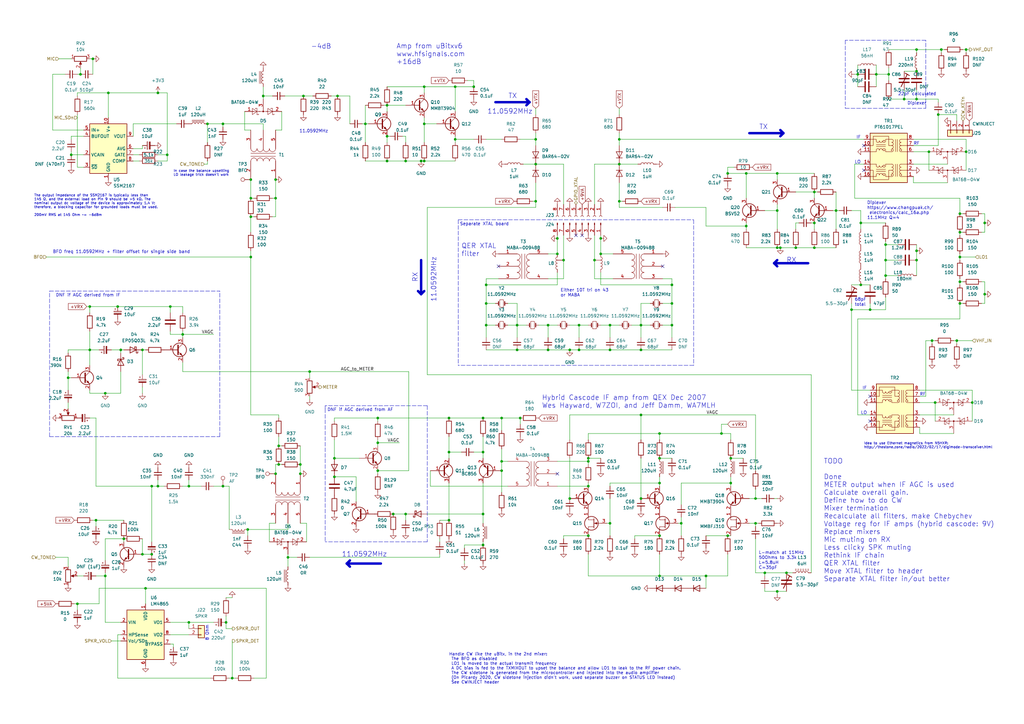
<source format=kicad_sch>
(kicad_sch (version 20211123) (generator eeschema)

  (uuid 0e592cd4-1950-44ef-9727-8e526f4c4e12)

  (paper "A3")

  (title_block
    (title "DART-70 TRX")
    (date "2023-02-18")
    (rev "0")
    (company "HB9EGM")
    (comment 1 "A 4m Band SSB/CW Transceiver")
    (comment 2 "Baseband")
  )

  

  (junction (at 186.69 57.15) (diameter 0) (color 0 0 0 0)
    (uuid 0079a40d-5664-4eb5-a4a1-35e197c9e578)
  )
  (junction (at 172.72 66.04) (diameter 0) (color 0 0 0 0)
    (uuid 027f19f3-a3d5-4daa-a96e-c5d9a71c1df8)
  )
  (junction (at 158.75 55.88) (diameter 0) (color 0 0 0 0)
    (uuid 02d8bab6-e62a-43d8-ae0a-47eb8be52f66)
  )
  (junction (at 58.42 143.51) (diameter 0) (color 0 0 0 0)
    (uuid 059f4155-bed3-4fb2-9baa-d569f31b7e5d)
  )
  (junction (at 320.04 101.6) (diameter 0) (color 0 0 0 0)
    (uuid 076a6a07-11fa-4191-a538-035a47a6b026)
  )
  (junction (at 199.39 124.46) (diameter 0) (color 0 0 0 0)
    (uuid 08e3fbcd-b24c-43b5-a2a5-3ed606084464)
  )
  (junction (at 375.92 20.32) (diameter 0) (color 0 0 0 0)
    (uuid 0e0e432b-78ea-4677-9624-cfa175a66f05)
  )
  (junction (at 262.89 143.51) (diameter 0) (color 0 0 0 0)
    (uuid 0e565d2a-00bb-4f20-8e2e-0f824e8d2762)
  )
  (junction (at 356.87 127) (diameter 0) (color 0 0 0 0)
    (uuid 0e79f50c-6749-4775-a4f9-1113788b2e6b)
  )
  (junction (at 241.3 189.23) (diameter 0) (color 0 0 0 0)
    (uuid 0f8367d0-e4ea-40ae-8dac-4e16d60a532f)
  )
  (junction (at 298.45 71.12) (diameter 0) (color 0 0 0 0)
    (uuid 1012b60c-7995-4cf6-a029-e4cda1fc26a4)
  )
  (junction (at 39.37 213.36) (diameter 0) (color 0 0 0 0)
    (uuid 1761eacf-5516-4f80-af22-ca5c2f3d7629)
  )
  (junction (at 173.99 50.8) (diameter 0) (color 0 0 0 0)
    (uuid 17a2367e-a2ff-4b57-83ee-9ab25894ec97)
  )
  (junction (at 48.26 125.73) (diameter 0) (color 0 0 0 0)
    (uuid 1843d2c0-629c-44e7-8460-03ced60a2111)
  )
  (junction (at 334.01 101.6) (diameter 0) (color 0 0 0 0)
    (uuid 1938c685-27ac-44a9-aab4-2c6ed50b8ec7)
  )
  (junction (at 295.91 177.8) (diameter 0) (color 0 0 0 0)
    (uuid 1a164a1f-45a6-43b7-9b64-349463c23d37)
  )
  (junction (at 166.37 210.82) (diameter 0) (color 0 0 0 0)
    (uuid 1c038126-c738-4381-b698-5c33c4341ae8)
  )
  (junction (at 64.77 38.1) (diameter 0) (color 0 0 0 0)
    (uuid 1d478e31-7d05-4026-94bc-716d6e6d4a57)
  )
  (junction (at 262.89 204.47) (diameter 0) (color 0 0 0 0)
    (uuid 1de51305-582b-4628-8092-75c3cf54eea0)
  )
  (junction (at 113.03 194.31) (diameter 0) (color 0 0 0 0)
    (uuid 1e5b8adc-bfe4-4d62-8fbb-b09ad198c5b6)
  )
  (junction (at 233.68 143.51) (diameter 0) (color 0 0 0 0)
    (uuid 210630ed-a720-499f-8ec9-3630627e1e05)
  )
  (junction (at 194.31 35.56) (diameter 0) (color 0 0 0 0)
    (uuid 222d63d3-68ff-4a04-b7c3-6efd5c4ab9e1)
  )
  (junction (at 381 62.23) (diameter 0) (color 0 0 0 0)
    (uuid 223b72c8-191b-4d26-8e73-2beb56cb0a2b)
  )
  (junction (at 298.45 219.71) (diameter 0) (color 0 0 0 0)
    (uuid 22f086a0-4e36-4832-8e1e-3bdb65f5c3f2)
  )
  (junction (at 212.09 143.51) (diameter 0) (color 0 0 0 0)
    (uuid 24fd922c-d488-4d61-b6dc-9d3e359ccc82)
  )
  (junction (at 299.72 187.96) (diameter 0) (color 0 0 0 0)
    (uuid 2583e10f-d237-4b6a-a35d-cff26f964496)
  )
  (junction (at 384.81 46.99) (diameter 0) (color 0 0 0 0)
    (uuid 2752e81c-fd78-4adc-8a3e-c2100d5bd7d7)
  )
  (junction (at 44.45 38.1) (diameter 0) (color 0 0 0 0)
    (uuid 2792ed93-89db-4e51-99ff-281323e776eb)
  )
  (junction (at 43.18 161.29) (diameter 0) (color 0 0 0 0)
    (uuid 2ac61f93-ebdb-4844-a9b1-76718596cd8a)
  )
  (junction (at 158.75 43.18) (diameter 0) (color 0 0 0 0)
    (uuid 2cd3680a-9e9d-4c97-9125-39c64a75e644)
  )
  (junction (at 270.51 198.12) (diameter 0) (color 0 0 0 0)
    (uuid 2d264e2f-7e31-4a17-86c5-13a68ab3ff7e)
  )
  (junction (at 363.22 106.68) (diameter 0) (color 0 0 0 0)
    (uuid 2fd14c3b-7e81-4330-b4b6-7d3b5d88fd5c)
  )
  (junction (at 393.7 115.57) (diameter 0) (color 0 0 0 0)
    (uuid 2fdc7923-56aa-4f0e-b559-e1b2e79c3c8f)
  )
  (junction (at 114.3 190.5) (diameter 0) (color 0 0 0 0)
    (uuid 30a877c2-a2d2-45b6-a8fa-8c4567fd5621)
  )
  (junction (at 382.27 139.7) (diameter 0) (color 0 0 0 0)
    (uuid 30dc039a-a902-4295-a2ea-7a00c6153126)
  )
  (junction (at 318.77 71.12) (diameter 0) (color 0 0 0 0)
    (uuid 315201dd-7991-408a-b65b-aa397fb29cdd)
  )
  (junction (at 38.1 24.13) (diameter 0) (color 0 0 0 0)
    (uuid 335263d3-7e35-4a9c-83c2-cd71d45f0688)
  )
  (junction (at 383.54 165.1) (diameter 0) (color 0 0 0 0)
    (uuid 3365c11b-b4a5-418d-85ee-41028926f18a)
  )
  (junction (at 351.79 30.48) (diameter 0) (color 0 0 0 0)
    (uuid 3b4c9779-bcad-4732-8142-8c3ab8d0419f)
  )
  (junction (at 173.99 35.56) (diameter 0) (color 0 0 0 0)
    (uuid 3bd6009a-f48b-4c66-92de-4d24549b4c7d)
  )
  (junction (at 161.29 210.82) (diameter 0) (color 0 0 0 0)
    (uuid 3bf0f30a-4c02-4011-9e56-5268cd9a18bc)
  )
  (junction (at 198.12 171.45) (diameter 0) (color 0 0 0 0)
    (uuid 3e9deac2-8e86-484c-b76a-a334d0715f66)
  )
  (junction (at 403.86 120.65) (diameter 0) (color 0 0 0 0)
    (uuid 3f6ba890-8616-4e68-b9d0-3d4eacc2e5c7)
  )
  (junction (at 254 82.55) (diameter 0) (color 0 0 0 0)
    (uuid 3fab5bb1-8815-4b0a-a5a7-85bc20dde8b0)
  )
  (junction (at 375.92 106.68) (diameter 0) (color 0 0 0 0)
    (uuid 3fcecab3-b47b-4a8c-9fb9-b323af94bc6b)
  )
  (junction (at 173.99 66.04) (diameter 0) (color 0 0 0 0)
    (uuid 43c88063-044a-47b7-b010-f3fb76152eec)
  )
  (junction (at 375.92 102.87) (diameter 0) (color 0 0 0 0)
    (uuid 446196fa-4af3-4fe1-9348-f02489c61276)
  )
  (junction (at 199.39 133.35) (diameter 0) (color 0 0 0 0)
    (uuid 460147d8-e4b6-4910-88e9-07d1ddd6c2df)
  )
  (junction (at 219.71 57.15) (diameter 0) (color 0 0 0 0)
    (uuid 485f8372-6f58-431e-9419-bfc90ad67732)
  )
  (junction (at 364.49 30.48) (diameter 0) (color 0 0 0 0)
    (uuid 4b3ba67b-606d-4750-abb9-54a01fd7bc1a)
  )
  (junction (at 212.09 133.35) (diameter 0) (color 0 0 0 0)
    (uuid 4b982f8b-ca29-4ebf-88fc-8a50b24e0802)
  )
  (junction (at 359.41 30.48) (diameter 0) (color 0 0 0 0)
    (uuid 4bcbab50-174d-4a4b-8660-c13a99f4d953)
  )
  (junction (at 246.38 104.14) (diameter 0) (color 0 0 0 0)
    (uuid 4d4b296b-354c-4f54-8b98-a9fec52fa110)
  )
  (junction (at 375.92 29.21) (diameter 0) (color 0 0 0 0)
    (uuid 4dbafe87-53e2-4b1b-b9d1-f029995a0c51)
  )
  (junction (at 91.44 50.8) (diameter 0) (color 0 0 0 0)
    (uuid 4f100da6-d6f9-4b77-90f1-fda986c2ed73)
  )
  (junction (at 113.03 81.28) (diameter 0) (color 0 0 0 0)
    (uuid 4f661a6f-98d8-4461-9401-113364b1e3a8)
  )
  (junction (at 184.15 213.36) (diameter 0) (color 0 0 0 0)
    (uuid 510aabe6-d19e-45d2-9ee4-74f6d2e6df89)
  )
  (junction (at 393.7 87.63) (diameter 0) (color 0 0 0 0)
    (uuid 56e3e10b-0165-4e27-9816-f40b5bb7e426)
  )
  (junction (at 275.59 133.35) (diameter 0) (color 0 0 0 0)
    (uuid 5c4341e3-29f4-4014-ad6b-9b4cb50156a6)
  )
  (junction (at 246.38 97.79) (diameter 0) (color 0 0 0 0)
    (uuid 5d58706a-c013-405c-9112-847886006796)
  )
  (junction (at 262.89 133.35) (diameter 0) (color 0 0 0 0)
    (uuid 5dbda758-e74b-4ccf-ad68-495d537d68ba)
  )
  (junction (at 275.59 124.46) (diameter 0) (color 0 0 0 0)
    (uuid 5fc44bfc-3a32-42f5-89ff-303d655beeb1)
  )
  (junction (at 198.12 223.52) (diameter 0) (color 0 0 0 0)
    (uuid 611c0051-64b3-4ff6-b51a-6ea814324060)
  )
  (junction (at 69.85 125.73) (diameter 0) (color 0 0 0 0)
    (uuid 62ed984b-c070-4de1-bd86-30aeb09fb9cd)
  )
  (junction (at 326.39 101.6) (diameter 0) (color 0 0 0 0)
    (uuid 6333a58f-0905-40bf-8806-a9405483f292)
  )
  (junction (at 138.43 39.37) (diameter 0) (color 0 0 0 0)
    (uuid 67d87795-1d4f-4f21-9afa-f7da30e8b867)
  )
  (junction (at 342.9 86.36) (diameter 0) (color 0 0 0 0)
    (uuid 6bdd7ca9-a767-4e33-bf37-498b319fce63)
  )
  (junction (at 102.87 88.9) (diameter 0) (color 0 0 0 0)
    (uuid 6e61ed05-4ce2-4d6e-b300-e8935e213361)
  )
  (junction (at 62.23 227.33) (diameter 0) (color 0 0 0 0)
    (uuid 707b1436-6255-4e74-ac3c-e365f258d4c7)
  )
  (junction (at 270.51 236.22) (diameter 0) (color 0 0 0 0)
    (uuid 711716b4-cb3c-40a8-915f-7a9cd1c1a345)
  )
  (junction (at 306.07 92.71) (diameter 0) (color 0 0 0 0)
    (uuid 71548298-edf3-48ed-bda9-4f920bb3ffda)
  )
  (junction (at 334.01 91.44) (diameter 0) (color 0 0 0 0)
    (uuid 7203aae8-7ab5-4754-be1f-92fd79bf7883)
  )
  (junction (at 228.6 104.14) (diameter 0) (color 0 0 0 0)
    (uuid 7292e3c7-8290-4fad-a17c-92a17c78ac6c)
  )
  (junction (at 127 152.4) (diameter 0) (color 0 0 0 0)
    (uuid 76f10a7e-8bc4-4240-8e23-1f6453db5228)
  )
  (junction (at 254 57.15) (diameter 0) (color 0 0 0 0)
    (uuid 782fd8fa-9fb0-44b6-bdfd-23367a676327)
  )
  (junction (at 299.72 198.12) (diameter 0) (color 0 0 0 0)
    (uuid 79aa4561-3272-488a-aacc-d24a783bf3fa)
  )
  (junction (at 393.7 105.41) (diameter 0) (color 0 0 0 0)
    (uuid 88658da7-484b-4fb1-bd87-cf0fe9fbbc98)
  )
  (junction (at 318.77 86.36) (diameter 0) (color 0 0 0 0)
    (uuid 897a30bd-82ab-4191-9e1c-88c95eb420c0)
  )
  (junction (at 205.74 171.45) (diameter 0) (color 0 0 0 0)
    (uuid 89924c9d-894c-4783-bb98-91fe4fffc426)
  )
  (junction (at 363.22 100.33) (diameter 0) (color 0 0 0 0)
    (uuid 89a0992d-b4b4-4a98-9018-0c3e3ac7c4ed)
  )
  (junction (at 403.86 91.44) (diameter 0) (color 0 0 0 0)
    (uuid 8a030abd-885a-4b15-b74a-b44dc2b6c7d7)
  )
  (junction (at 334.01 78.74) (diameter 0) (color 0 0 0 0)
    (uuid 8cad30c6-cd21-4b04-8aa8-5dfd9876668a)
  )
  (junction (at 370.84 40.64) (diameter 0) (color 0 0 0 0)
    (uuid 8d45f61e-b48a-4d9a-9705-81179d1cee29)
  )
  (junction (at 92.71 255.27) (diameter 0) (color 0 0 0 0)
    (uuid 8d612602-5cc8-45dd-a943-2a29be4b9ede)
  )
  (junction (at 102.87 81.28) (diameter 0) (color 0 0 0 0)
    (uuid 8edc9989-feda-4190-96e8-8ba0ca953891)
  )
  (junction (at 43.18 236.22) (diameter 0) (color 0 0 0 0)
    (uuid 8f57152a-781e-4e8e-b36c-e81f9a864e3b)
  )
  (junction (at 250.19 214.63) (diameter 0) (color 0 0 0 0)
    (uuid 91049a94-ccf8-463e-ab05-8a76a56be653)
  )
  (junction (at 309.88 214.63) (diameter 0) (color 0 0 0 0)
    (uuid 9134413a-edf3-40ce-9ec2-93a536746842)
  )
  (junction (at 318.77 242.57) (diameter 0) (color 0 0 0 0)
    (uuid 92b5166e-7b6a-4c31-94b5-b9d3f56f30b6)
  )
  (junction (at 205.74 189.23) (diameter 0) (color 0 0 0 0)
    (uuid 94a7e072-a853-4895-a974-0e863ac9edc2)
  )
  (junction (at 113.03 73.66) (diameter 0) (color 0 0 0 0)
    (uuid 9501ad82-8c5c-4bd6-a4e5-d738b7099508)
  )
  (junction (at 224.79 133.35) (diameter 0) (color 0 0 0 0)
    (uuid 9666bb6a-0c1d-4c92-be6d-94a465ec5c51)
  )
  (junction (at 64.77 199.39) (diameter 0) (color 0 0 0 0)
    (uuid 97e09b83-0572-4634-8ce7-0a86f1339fd8)
  )
  (junction (at 107.95 39.37) (diameter 0) (color 0 0 0 0)
    (uuid 983034d1-18ea-4dac-8753-9630cc5e0592)
  )
  (junction (at 386.08 20.32) (diameter 0) (color 0 0 0 0)
    (uuid 9873db56-1f37-4fe2-98ad-60e4c87af40c)
  )
  (junction (at 275.59 116.84) (diameter 0) (color 0 0 0 0)
    (uuid 9918dbb5-067b-4f72-a60f-e99dd790b7bf)
  )
  (junction (at 270.51 177.8) (diameter 0) (color 0 0 0 0)
    (uuid 994aaeb0-a945-4297-8f22-64b15ec2470b)
  )
  (junction (at 363.22 113.03) (diameter 0) (color 0 0 0 0)
    (uuid 9a438e91-12f1-4003-9587-51635f0ae695)
  )
  (junction (at 102.87 73.66) (diameter 0) (color 0 0 0 0)
    (uuid 9d0f1857-3b05-4e01-b461-94289f64ce4a)
  )
  (junction (at 123.19 194.31) (diameter 0) (color 0 0 0 0)
    (uuid 9d1032f1-04b7-4a45-a406-c5f306a5a4a3)
  )
  (junction (at 154.94 193.04) (diameter 0) (color 0 0 0 0)
    (uuid a31e2cb7-a272-450b-beca-1b3c3565662d)
  )
  (junction (at 393.7 95.25) (diameter 0) (color 0 0 0 0)
    (uuid a4615cb6-40e1-4e6b-aa44-484a7357f4a4)
  )
  (junction (at 198.12 185.42) (diameter 0) (color 0 0 0 0)
    (uuid a4ec02e9-e140-4dcc-958f-47f7624526cb)
  )
  (junction (at 36.83 125.73) (diameter 0) (color 0 0 0 0)
    (uuid a65cad0c-0ef1-4ea5-a965-4eae7ac1f6af)
  )
  (junction (at 231.14 106.68) (diameter 0) (color 0 0 0 0)
    (uuid a662cdd6-a57e-4364-b8b3-c025c426c5be)
  )
  (junction (at 31.75 247.65) (diameter 0) (color 0 0 0 0)
    (uuid a69f72c8-ce0f-4293-bf44-c6832495c836)
  )
  (junction (at 77.47 199.39) (diameter 0) (color 0 0 0 0)
    (uuid a7cad282-51c3-4f24-be5e-311c2c5e959b)
  )
  (junction (at 137.16 195.58) (diameter 0) (color 0 0 0 0)
    (uuid a8675aa5-24f4-4a65-9564-259800e24a61)
  )
  (junction (at 228.6 97.79) (diameter 0) (color 0 0 0 0)
    (uuid aa537d78-628c-458e-8a08-c2dae82aca82)
  )
  (junction (at 318.77 101.6) (diameter 0) (color 0 0 0 0)
    (uuid aad5fe2f-2964-4c2f-90b5-8ec10e02fb70)
  )
  (junction (at 158.75 66.04) (diameter 0) (color 0 0 0 0)
    (uuid ab5a5163-9113-4726-bc7a-7e25f5bcb137)
  )
  (junction (at 27.94 154.94) (diameter 0) (color 0 0 0 0)
    (uuid ac0e5582-f44c-4bc2-8ae7-2c3f1115fb00)
  )
  (junction (at 33.02 30.48) (diameter 0) (color 0 0 0 0)
    (uuid ad2d033c-4040-4813-b5da-82cf827f9d86)
  )
  (junction (at 237.49 133.35) (diameter 0) (color 0 0 0 0)
    (uuid ad485fa9-ca4c-467a-b6d9-302ae2ec4eaa)
  )
  (junction (at 91.44 199.39) (diameter 0) (color 0 0 0 0)
    (uuid ae4c18cc-90ed-4d31-b27a-ee22bf49a14e)
  )
  (junction (at 237.49 143.51) (diameter 0) (color 0 0 0 0)
    (uuid aed41e50-066a-4d5d-9b35-33c86a58f817)
  )
  (junction (at 309.88 204.47) (diameter 0) (color 0 0 0 0)
    (uuid b046cbfe-7bd9-4ac8-9c60-a84b90a07076)
  )
  (junction (at 198.12 210.82) (diameter 0) (color 0 0 0 0)
    (uuid b0bd599f-5320-4de4-9844-b1248597f45d)
  )
  (junction (at 59.69 241.3) (diameter 0) (color 0 0 0 0)
    (uuid b2c93e47-1b35-4bce-b217-c95c59af9fea)
  )
  (junction (at 102.87 105.41) (diameter 0) (color 0 0 0 0)
    (uuid b2fc5a98-a9c8-4ffb-bf05-9a95788a6f6e)
  )
  (junction (at 199.39 116.84) (diameter 0) (color 0 0 0 0)
    (uuid b3ba518e-938d-434b-8f72-5ecf3fd42313)
  )
  (junction (at 154.94 181.61) (diameter 0) (color 0 0 0 0)
    (uuid b52e2ac1-1ad4-4299-a3b7-5950aeda9b09)
  )
  (junction (at 219.71 67.31) (diameter 0) (color 0 0 0 0)
    (uuid b55942a4-2e67-4c91-a2e2-17d287af1b39)
  )
  (junction (at 58.42 227.33) (diameter 0) (color 0 0 0 0)
    (uuid b67c5032-3958-4f67-8cff-2bc749aa2559)
  )
  (junction (at 68.58 63.5) (diameter 0) (color 0 0 0 0)
    (uuid b6a3e709-356a-4a55-ac00-07ba73afac37)
  )
  (junction (at 313.69 234.95) (diameter 0) (color 0 0 0 0)
    (uuid b7b0b83f-2dad-41a6-8e3b-dd0617021680)
  )
  (junction (at 233.68 204.47) (diameter 0) (color 0 0 0 0)
    (uuid bb8fc86a-138e-468d-a6f3-4d425bea2798)
  )
  (junction (at 241.3 199.39) (diameter 0) (color 0 0 0 0)
    (uuid bcb7b50e-e30b-4748-9ad3-15fd19268fd8)
  )
  (junction (at 270.51 187.96) (diameter 0) (color 0 0 0 0)
    (uuid bdd38f4a-d1f5-49ea-86a0-7074369f7406)
  )
  (junction (at 101.6 217.17) (diameter 0) (color 0 0 0 0)
    (uuid bf1cf86a-4cef-455a-b67c-093dbb9970e5)
  )
  (junction (at 95.25 278.13) (diameter 0) (color 0 0 0 0)
    (uuid bff74fb8-2e53-4140-9d30-8bb9b336dda4)
  )
  (junction (at 50.8 220.98) (diameter 0) (color 0 0 0 0)
    (uuid c07980be-125c-4459-be81-f2b8371f5ae2)
  )
  (junction (at 205.74 193.04) (diameter 0) (color 0 0 0 0)
    (uuid c41a688f-80a3-4252-bb37-134631846db3)
  )
  (junction (at 250.19 143.51) (diameter 0) (color 0 0 0 0)
    (uuid c8816f2b-d043-4f02-8988-815e5e7435ee)
  )
  (junction (at 118.11 228.6) (diameter 0) (color 0 0 0 0)
    (uuid c8c4fbfe-4e9c-445d-882a-7f1bac80adc8)
  )
  (junction (at 250.19 133.35) (diameter 0) (color 0 0 0 0)
    (uuid ca2ddb3d-eff7-4148-ac57-d5c14ba8be31)
  )
  (junction (at 393.7 124.46) (diameter 0) (color 0 0 0 0)
    (uuid ca5a4e59-a0d9-41f3-a4f9-8e9003dc636c)
  )
  (junction (at 241.3 187.96) (diameter 0) (color 0 0 0 0)
    (uuid cf4a7a0f-4b62-4a14-8810-1f9be9bb8bca)
  )
  (junction (at 375.92 40.64) (diameter 0) (color 0 0 0 0)
    (uuid cfd26f0b-c959-40e8-8a7e-48204bb5c64f)
  )
  (junction (at 224.79 143.51) (diameter 0) (color 0 0 0 0)
    (uuid d3e01bdf-5c14-407f-80a1-1d934fc04fab)
  )
  (junction (at 149.86 50.8) (diameter 0) (color 0 0 0 0)
    (uuid d46cfddd-ae59-45a8-a05e-501b77d91351)
  )
  (junction (at 124.46 39.37) (diameter 0) (color 0 0 0 0)
    (uuid d47b6e93-2883-4b61-9107-b49e482eb126)
  )
  (junction (at 270.51 219.71) (diameter 0) (color 0 0 0 0)
    (uuid d5fa5081-044e-4305-8f5d-d2a56bf86d29)
  )
  (junction (at 77.47 255.27) (diameter 0) (color 0 0 0 0)
    (uuid d6fda246-3399-48cd-8a06-99bbdf8c75e4)
  )
  (junction (at 241.3 219.71) (diameter 0) (color 0 0 0 0)
    (uuid d703d54e-2823-4563-98c8-59d8b8b54fec)
  )
  (junction (at 166.37 66.04) (diameter 0) (color 0 0 0 0)
    (uuid d774c163-0e71-4e59-99e8-33a6c910c00d)
  )
  (junction (at 62.23 199.39) (diameter 0) (color 0 0 0 0)
    (uuid d7d4c350-2318-4a09-b921-0a78963f6666)
  )
  (junction (at 254 67.31) (diameter 0) (color 0 0 0 0)
    (uuid d964cb21-9482-4b14-9981-964030a476a5)
  )
  (junction (at 219.71 82.55) (diameter 0) (color 0 0 0 0)
    (uuid d96c7ae3-a14b-4da8-8c67-7918799c8e60)
  )
  (junction (at 396.24 62.23) (diameter 0) (color 0 0 0 0)
    (uuid daa9b5c5-21a2-4482-b81a-69bb9f749fb7)
  )
  (junction (at 186.69 35.56) (diameter 0) (color 0 0 0 0)
    (uuid dcdfeb28-863e-4a43-ad64-f6e45863b4d7)
  )
  (junction (at 213.36 171.45) (diameter 0) (color 0 0 0 0)
    (uuid ddaaa428-40ee-45ee-a789-6961e25a11bb)
  )
  (junction (at 392.43 139.7) (diameter 0) (color 0 0 0 0)
    (uuid de1eb50d-ef90-4d0d-a112-fc865a422b99)
  )
  (junction (at 289.56 236.22) (diameter 0) (color 0 0 0 0)
    (uuid df231e82-dc0c-49c1-a01b-d2be84591ff3)
  )
  (junction (at 322.58 234.95) (diameter 0) (color 0 0 0 0)
    (uuid e15f6002-d342-413a-a773-225c5f4cfb04)
  )
  (junction (at 396.24 20.32) (diameter 0) (color 0 0 0 0)
    (uuid e2d27bd1-d4c5-4321-a13b-160cb2d6015d)
  )
  (junction (at 49.53 143.51) (diameter 0) (color 0 0 0 0)
    (uuid e3903eeb-8b72-4b40-a088-cbbba270c01b)
  )
  (junction (at 184.15 171.45) (diameter 0) (color 0 0 0 0)
    (uuid e68e2295-e5ad-41e7-931d-7bf2c40e2981)
  )
  (junction (at 279.4 214.63) (diameter 0) (color 0 0 0 0)
    (uuid e736b041-4756-4726-980f-1b93cf00a2ad)
  )
  (junction (at 243.84 106.68) (diameter 0) (color 0 0 0 0)
    (uuid e7eee956-d2ad-4d33-9823-9759f9a8aab1)
  )
  (junction (at 74.93 137.16) (diameter 0) (color 0 0 0 0)
    (uuid e8558fbd-ea42-43a6-966a-7bd304bdfaad)
  )
  (junction (at 353.06 91.44) (diameter 0) (color 0 0 0 0)
    (uuid e8822f44-e7ca-47f3-a9bc-951244c889e7)
  )
  (junction (at 36.83 143.51) (diameter 0) (color 0 0 0 0)
    (uuid eac540a2-0555-4530-b9cb-9b037a65c0a7)
  )
  (junction (at 114.3 182.88) (diameter 0) (color 0 0 0 0)
    (uuid eb3c65f0-3082-4c13-98c1-cac8dc7eccac)
  )
  (junction (at 137.16 187.96) (diameter 0) (color 0 0 0 0)
    (uuid ecba702e-9fb5-4bd7-9b08-5197492ec54b)
  )
  (junction (at 349.25 127) (diameter 0) (color 0 0 0 0)
    (uuid ef4c798c-4721-49f1-8016-e362a6672715)
  )
  (junction (at 398.78 165.1) (diameter 0) (color 0 0 0 0)
    (uuid efac21da-3f93-4ae4-bab8-dbdec293c35e)
  )
  (junction (at 306.07 71.12) (diameter 0) (color 0 0 0 0)
    (uuid f02e930f-fe1a-4921-a9df-ee330f41d2bd)
  )
  (junction (at 154.94 171.45) (diameter 0) (color 0 0 0 0)
    (uuid f1a9e2a2-6347-4852-b335-cf8402c433a4)
  )
  (junction (at 353.06 116.84) (diameter 0) (color 0 0 0 0)
    (uuid f22dadd7-4a1b-4449-b981-cbbeced9fbc5)
  )
  (junction (at 85.09 50.8) (diameter 0) (color 0 0 0 0)
    (uuid f9362574-7797-4e6e-9765-e515232ee831)
  )
  (junction (at 184.15 185.42) (diameter 0) (color 0 0 0 0)
    (uuid fb5d1a59-18d1-49ea-b504-10e76cce8897)
  )
  (junction (at 123.19 190.5) (diameter 0) (color 0 0 0 0)
    (uuid fbe71f6a-7e5a-41f1-9e6e-b2e94d49a3bc)
  )
  (junction (at 29.21 63.5) (diameter 0) (color 0 0 0 0)
    (uuid fe2b05f5-675b-44d0-956c-c5829b7c692a)
  )
  (junction (at 262.89 170.18) (diameter 0) (color 0 0 0 0)
    (uuid fe2ce942-d4c5-4b3f-a09e-cda9276450f6)
  )

  (no_connect (at 356.87 172.72) (uuid 112718f1-f222-4c50-a4f0-a42dabd066b7))
  (no_connect (at 236.22 96.52) (uuid 2b99a1e6-5f67-436f-9ed5-38e8bfd4c142))
  (no_connect (at 354.33 69.85) (uuid 36cd8509-4b06-4001-aa2f-00b548cb4477))
  (no_connect (at 204.47 109.22) (uuid 4866aeb4-d287-46eb-8d15-c55d9c708490))
  (no_connect (at 354.33 59.69) (uuid 6226f2ac-b9bf-4733-a388-cd49aa6934ae))
  (no_connect (at 356.87 162.56) (uuid 69a2fbd1-0689-4722-b099-d7d4b3a2c805))
  (no_connect (at 271.78 109.22) (uuid 8a4c8ee9-530e-4698-8694-1dcab411e819))
  (no_connect (at 228.6 194.31) (uuid afdb3662-3196-4d9d-b0e8-7f416bb5cd4f))
  (no_connect (at 238.76 96.52) (uuid ee08a6c2-528a-478b-9089-08fe9a37ec7e))

  (wire (pts (xy 403.86 87.63) (xy 403.86 91.44))
    (stroke (width 0) (type default) (color 0 0 0 0))
    (uuid 006436ec-9ab2-4589-83be-4667e52db3bf)
  )
  (wire (pts (xy 205.74 171.45) (xy 205.74 176.53))
    (stroke (width 0) (type default) (color 0 0 0 0))
    (uuid 00c27d59-c437-4bee-9cde-cbd48a34e31b)
  )
  (wire (pts (xy 318.77 83.82) (xy 318.77 86.36))
    (stroke (width 0) (type default) (color 0 0 0 0))
    (uuid 00cf6024-5820-4cff-8981-5be2b438caf3)
  )
  (wire (pts (xy 87.63 199.39) (xy 91.44 199.39))
    (stroke (width 0) (type default) (color 0 0 0 0))
    (uuid 0113fe75-9787-49bd-865f-03242ce2a366)
  )
  (wire (pts (xy 219.71 57.15) (xy 219.71 54.61))
    (stroke (width 0) (type default) (color 0 0 0 0))
    (uuid 0125f083-fa2b-4a11-85be-7853b609b001)
  )
  (wire (pts (xy 359.41 30.48) (xy 359.41 35.56))
    (stroke (width 0) (type default) (color 0 0 0 0))
    (uuid 01c67c04-8ed4-481b-b382-ac69e0a55001)
  )
  (wire (pts (xy 68.58 66.04) (xy 64.77 66.04))
    (stroke (width 0) (type default) (color 0 0 0 0))
    (uuid 01caafb3-af8a-4642-870c-c290b286d040)
  )
  (wire (pts (xy 166.37 43.18) (xy 158.75 43.18))
    (stroke (width 0) (type default) (color 0 0 0 0))
    (uuid 01f0181c-303d-46c7-ba34-20eee1c48cd1)
  )
  (wire (pts (xy 173.99 50.8) (xy 179.07 50.8))
    (stroke (width 0) (type default) (color 0 0 0 0))
    (uuid 0222c276-ce98-44cf-9ac7-d0d00163570d)
  )
  (wire (pts (xy 190.5 231.14) (xy 190.5 229.87))
    (stroke (width 0) (type default) (color 0 0 0 0))
    (uuid 027fc545-8a42-4646-8424-467711418116)
  )
  (wire (pts (xy 114.3 170.18) (xy 114.3 171.45))
    (stroke (width 0) (type default) (color 0 0 0 0))
    (uuid 0332aa97-cadc-4e7a-b8af-ca59e255597d)
  )
  (wire (pts (xy 173.99 66.04) (xy 186.69 66.04))
    (stroke (width 0) (type default) (color 0 0 0 0))
    (uuid 035d062f-f875-4853-8ca1-a348c3967bb1)
  )
  (wire (pts (xy 113.03 214.63) (xy 110.49 214.63))
    (stroke (width 0) (type default) (color 0 0 0 0))
    (uuid 03b7756f-0559-43eb-b24d-3aefa5a15899)
  )
  (wire (pts (xy 394.97 20.32) (xy 396.24 20.32))
    (stroke (width 0) (type default) (color 0 0 0 0))
    (uuid 03ce6745-00b2-4d2b-bad7-eb9745172859)
  )
  (wire (pts (xy 166.37 210.82) (xy 161.29 210.82))
    (stroke (width 0) (type default) (color 0 0 0 0))
    (uuid 03dd13e2-d89f-47ed-8a2f-ce75e7a97ef3)
  )
  (wire (pts (xy 262.89 133.35) (xy 266.7 133.35))
    (stroke (width 0) (type default) (color 0 0 0 0))
    (uuid 042fe62b-53aa-4e86-97d0-9ccb1e16a895)
  )
  (wire (pts (xy 379.73 139.7) (xy 382.27 139.7))
    (stroke (width 0) (type default) (color 0 0 0 0))
    (uuid 0437af13-5b81-4e18-82d5-0ec28c5d895f)
  )
  (wire (pts (xy 374.65 74.93) (xy 374.65 72.39))
    (stroke (width 0) (type default) (color 0 0 0 0))
    (uuid 047a18ce-9e77-4d7d-a9ce-60b21f671177)
  )
  (wire (pts (xy 31.75 68.58) (xy 34.29 68.58))
    (stroke (width 0) (type default) (color 0 0 0 0))
    (uuid 04868f85-bc69-4fa9-8e62-d78ffe5ae58e)
  )
  (wire (pts (xy 396.24 20.32) (xy 397.51 20.32))
    (stroke (width 0) (type default) (color 0 0 0 0))
    (uuid 04ef368b-f4e9-48da-956c-ee93cb3d01e8)
  )
  (wire (pts (xy 363.22 106.68) (xy 363.22 113.03))
    (stroke (width 0) (type default) (color 0 0 0 0))
    (uuid 05ddadd4-94df-4d6a-b500-ff320675ba33)
  )
  (wire (pts (xy 241.3 227.33) (xy 241.3 236.22))
    (stroke (width 0) (type default) (color 0 0 0 0))
    (uuid 066671d9-1fdf-4a05-a7e7-cadb7d44b89f)
  )
  (wire (pts (xy 356.87 124.46) (xy 356.87 127))
    (stroke (width 0) (type default) (color 0 0 0 0))
    (uuid 06fedb5b-65dd-4aa0-9e2d-b04e5a505f26)
  )
  (wire (pts (xy 208.28 124.46) (xy 212.09 124.46))
    (stroke (width 0) (type default) (color 0 0 0 0))
    (uuid 082d865b-0a4e-49c3-b18b-be47fd4a465a)
  )
  (wire (pts (xy 382.27 139.7) (xy 383.54 139.7))
    (stroke (width 0) (type default) (color 0 0 0 0))
    (uuid 0830aef1-c986-42f8-ba6a-a3fcacbf0210)
  )
  (wire (pts (xy 309.88 234.95) (xy 309.88 220.98))
    (stroke (width 0) (type default) (color 0 0 0 0))
    (uuid 08c8f1b4-737d-438b-967e-a77cce3833c0)
  )
  (wire (pts (xy 58.42 143.51) (xy 58.42 153.67))
    (stroke (width 0) (type default) (color 0 0 0 0))
    (uuid 09321bf4-1ea1-49b5-b1f9-ac29d6606a74)
  )
  (wire (pts (xy 173.99 35.56) (xy 186.69 35.56))
    (stroke (width 0) (type default) (color 0 0 0 0))
    (uuid 0943dfff-08fd-4176-a97a-8e271f47b148)
  )
  (wire (pts (xy 393.7 105.41) (xy 393.7 104.14))
    (stroke (width 0) (type default) (color 0 0 0 0))
    (uuid 09aa0d32-f4dc-42fd-a756-e1229737bd34)
  )
  (wire (pts (xy 289.56 236.22) (xy 289.56 241.3))
    (stroke (width 0) (type default) (color 0 0 0 0))
    (uuid 0a0c053c-54e0-4f14-b909-036d0c5fbf08)
  )
  (wire (pts (xy 158.75 43.18) (xy 158.75 45.72))
    (stroke (width 0) (type default) (color 0 0 0 0))
    (uuid 0a80373e-7854-41a7-8441-30fd81967887)
  )
  (wire (pts (xy 254 74.93) (xy 254 82.55))
    (stroke (width 0) (type default) (color 0 0 0 0))
    (uuid 0a9f993d-d83a-4cdc-bae3-0f40dd545220)
  )
  (wire (pts (xy 279.4 198.12) (xy 299.72 198.12))
    (stroke (width 0) (type default) (color 0 0 0 0))
    (uuid 0b5e9f79-a50b-4078-b2be-eff1d45ab7fc)
  )
  (wire (pts (xy 309.88 234.95) (xy 313.69 234.95))
    (stroke (width 0) (type default) (color 0 0 0 0))
    (uuid 0dc79dd3-c584-4173-b914-e6a8bcd18e45)
  )
  (wire (pts (xy 36.83 135.89) (xy 36.83 143.51))
    (stroke (width 0) (type default) (color 0 0 0 0))
    (uuid 0e1c6bbc-4cc4-4ce9-b48a-8292bb286da8)
  )
  (wire (pts (xy 246.38 97.79) (xy 246.38 96.52))
    (stroke (width 0) (type default) (color 0 0 0 0))
    (uuid 0f4b5c7f-79aa-4c46-b222-58e7e288b195)
  )
  (wire (pts (xy 33.02 27.94) (xy 33.02 30.48))
    (stroke (width 0) (type default) (color 0 0 0 0))
    (uuid 100847e3-630c-4c13-ba45-180e92370805)
  )
  (wire (pts (xy 318.77 71.12) (xy 318.77 73.66))
    (stroke (width 0) (type default) (color 0 0 0 0))
    (uuid 10ef0d40-b427-4fac-bff7-e8ca2d279fd2)
  )
  (wire (pts (xy 166.37 66.04) (xy 172.72 66.04))
    (stroke (width 0) (type default) (color 0 0 0 0))
    (uuid 11ac1ac8-72b6-43ed-915e-50f87561daf8)
  )
  (wire (pts (xy 107.95 50.8) (xy 91.44 50.8))
    (stroke (width 0) (type default) (color 0 0 0 0))
    (uuid 12340fb8-cd9c-4069-beec-13d4d2ea0d99)
  )
  (polyline (pts (xy 307.34 54.61) (xy 321.31 54.61))
    (stroke (width 1) (type solid) (color 0 0 0 0))
    (uuid 1281d63b-9c8c-4454-9b2d-0bbbc27e2ae7)
  )

  (wire (pts (xy 44.45 38.1) (xy 64.77 38.1))
    (stroke (width 0) (type default) (color 0 0 0 0))
    (uuid 12e17856-cd8c-41a8-bb2e-9faca10b0973)
  )
  (wire (pts (xy 393.7 130.81) (xy 351.79 130.81))
    (stroke (width 0) (type default) (color 0 0 0 0))
    (uuid 15352954-5a6d-4167-94e3-a8475b279783)
  )
  (wire (pts (xy 43.18 234.95) (xy 43.18 236.22))
    (stroke (width 0) (type default) (color 0 0 0 0))
    (uuid 15e1025c-faeb-49ff-aaa3-6ba9acaabd98)
  )
  (wire (pts (xy 137.16 172.72) (xy 137.16 171.45))
    (stroke (width 0) (type default) (color 0 0 0 0))
    (uuid 1606d99f-0508-4f2e-b63b-47e62c4312ee)
  )
  (wire (pts (xy 386.08 21.59) (xy 386.08 20.32))
    (stroke (width 0) (type default) (color 0 0 0 0))
    (uuid 16070e3c-2cc9-4d09-bef3-8ceccb63947e)
  )
  (wire (pts (xy 36.83 125.73) (xy 36.83 128.27))
    (stroke (width 0) (type default) (color 0 0 0 0))
    (uuid 16aa2316-1a67-45e5-b6c4-e59dd85814f4)
  )
  (wire (pts (xy 334.01 71.12) (xy 318.77 71.12))
    (stroke (width 0) (type default) (color 0 0 0 0))
    (uuid 16b8184d-4364-4664-b33c-1e355c0b0e6c)
  )
  (wire (pts (xy 298.45 68.58) (xy 298.45 71.12))
    (stroke (width 0) (type default) (color 0 0 0 0))
    (uuid 171c47c2-e63c-45a5-b02c-078b78214786)
  )
  (wire (pts (xy 115.57 182.88) (xy 114.3 182.88))
    (stroke (width 0) (type default) (color 0 0 0 0))
    (uuid 17c93850-5ebd-4f0d-b8eb-52bf14b01af4)
  )
  (wire (pts (xy 186.69 35.56) (xy 194.31 35.56))
    (stroke (width 0) (type default) (color 0 0 0 0))
    (uuid 18723066-b973-43bf-8bbf-4c210121a928)
  )
  (wire (pts (xy 334.01 78.74) (xy 334.01 81.28))
    (stroke (width 0) (type default) (color 0 0 0 0))
    (uuid 189610aa-2967-4418-8b8b-b36bdf6bc60b)
  )
  (wire (pts (xy 375.92 100.33) (xy 375.92 102.87))
    (stroke (width 0) (type default) (color 0 0 0 0))
    (uuid 19028db1-670b-4d84-9d20-5aa2f8585dd7)
  )
  (wire (pts (xy 342.9 101.6) (xy 334.01 101.6))
    (stroke (width 0) (type default) (color 0 0 0 0))
    (uuid 1966977a-39df-4890-91de-0e8ae767b0a0)
  )
  (wire (pts (xy 186.69 57.15) (xy 194.31 57.15))
    (stroke (width 0) (type default) (color 0 0 0 0))
    (uuid 19a56892-f9d5-4508-ab75-59721c555275)
  )
  (wire (pts (xy 313.69 242.57) (xy 313.69 241.3))
    (stroke (width 0) (type default) (color 0 0 0 0))
    (uuid 1a255025-6cad-4a3e-8763-c9c3ba585d53)
  )
  (wire (pts (xy 326.39 101.6) (xy 320.04 101.6))
    (stroke (width 0) (type default) (color 0 0 0 0))
    (uuid 1a86e987-6d08-4b7a-b2e3-f89b9863e895)
  )
  (wire (pts (xy 146.05 195.58) (xy 146.05 205.74))
    (stroke (width 0) (type default) (color 0 0 0 0))
    (uuid 1a9613ab-fb34-4a02-8365-aadaa421dfaf)
  )
  (wire (pts (xy 27.94 143.51) (xy 36.83 143.51))
    (stroke (width 0) (type default) (color 0 0 0 0))
    (uuid 1a9f0d73-6986-450b-8da5-dca8d718cd0d)
  )
  (wire (pts (xy 375.92 20.32) (xy 386.08 20.32))
    (stroke (width 0) (type default) (color 0 0 0 0))
    (uuid 1b89864d-e042-4259-99ab-c96136a33a11)
  )
  (wire (pts (xy 350.52 67.31) (xy 350.52 81.28))
    (stroke (width 0) (type default) (color 0 0 0 0))
    (uuid 1c0378fb-8fa4-4942-8a64-86b9252ef636)
  )
  (wire (pts (xy 254 82.55) (xy 254 85.09))
    (stroke (width 0) (type default) (color 0 0 0 0))
    (uuid 1c3c3108-d49a-4730-84a5-d29eb03028f4)
  )
  (wire (pts (xy 262.89 143.51) (xy 275.59 143.51))
    (stroke (width 0) (type default) (color 0 0 0 0))
    (uuid 1d8cbdb8-b0d5-4f06-84c8-05770b7e9555)
  )
  (wire (pts (xy 219.71 59.69) (xy 219.71 57.15))
    (stroke (width 0) (type default) (color 0 0 0 0))
    (uuid 1dbe419a-f71e-4ab5-9a49-e58e75747fdf)
  )
  (wire (pts (xy 118.11 217.17) (xy 101.6 217.17))
    (stroke (width 0) (type default) (color 0 0 0 0))
    (uuid 1dc9a7fa-415c-4243-97fb-46b0d627e89d)
  )
  (wire (pts (xy 137.16 171.45) (xy 154.94 171.45))
    (stroke (width 0) (type default) (color 0 0 0 0))
    (uuid 1ddbded3-4d65-49ba-8123-18c72e4b7f4a)
  )
  (wire (pts (xy 363.22 113.03) (xy 363.22 114.3))
    (stroke (width 0) (type default) (color 0 0 0 0))
    (uuid 1e2c0cdd-08a6-4586-b370-3ffc74205845)
  )
  (wire (pts (xy 243.84 106.68) (xy 243.84 114.3))
    (stroke (width 0) (type default) (color 0 0 0 0))
    (uuid 1e9638be-d271-44b9-9bc3-e37783c8782f)
  )
  (wire (pts (xy 158.75 66.04) (xy 166.37 66.04))
    (stroke (width 0) (type default) (color 0 0 0 0))
    (uuid 1f1052c4-d15a-450f-8bb0-3cc3f3592607)
  )
  (wire (pts (xy 250.19 204.47) (xy 250.19 214.63))
    (stroke (width 0) (type default) (color 0 0 0 0))
    (uuid 1f1c22b1-15a3-4e28-88a5-25ba2fbef197)
  )
  (wire (pts (xy 212.09 124.46) (xy 212.09 133.35))
    (stroke (width 0) (type default) (color 0 0 0 0))
    (uuid 1fd73780-e017-4e2c-9674-56cb6f09dc2d)
  )
  (wire (pts (xy 246.38 116.84) (xy 275.59 116.84))
    (stroke (width 0) (type default) (color 0 0 0 0))
    (uuid 2163a967-be2d-4344-a94d-f1b8da3dc3a3)
  )
  (wire (pts (xy 396.24 57.15) (xy 396.24 62.23))
    (stroke (width 0) (type default) (color 0 0 0 0))
    (uuid 2171e051-2b1c-4df3-9987-bb0d428437aa)
  )
  (wire (pts (xy 69.85 135.89) (xy 69.85 137.16))
    (stroke (width 0) (type default) (color 0 0 0 0))
    (uuid 22591446-6d82-47ac-b525-9e9deb496c8c)
  )
  (wire (pts (xy 137.16 180.34) (xy 137.16 187.96))
    (stroke (width 0) (type default) (color 0 0 0 0))
    (uuid 231e5ae4-1791-4485-9a32-a64456488009)
  )
  (wire (pts (xy 111.76 88.9) (xy 113.03 88.9))
    (stroke (width 0) (type default) (color 0 0 0 0))
    (uuid 233c88a4-9a5e-42af-96fb-5079a0c4ddfe)
  )
  (wire (pts (xy 241.3 189.23) (xy 241.3 187.96))
    (stroke (width 0) (type default) (color 0 0 0 0))
    (uuid 25347fbb-8744-4d15-9949-de9866144f81)
  )
  (wire (pts (xy 270.51 177.8) (xy 241.3 177.8))
    (stroke (width 0) (type default) (color 0 0 0 0))
    (uuid 2556849b-244d-40cf-86de-101d00a3273d)
  )
  (wire (pts (xy 275.59 187.96) (xy 270.51 187.96))
    (stroke (width 0) (type default) (color 0 0 0 0))
    (uuid 25b40549-5004-4a9f-8c83-45a4561f2c44)
  )
  (wire (pts (xy 39.37 213.36) (xy 50.8 213.36))
    (stroke (width 0) (type default) (color 0 0 0 0))
    (uuid 268a679e-e023-47f5-8a31-2516b1c23479)
  )
  (wire (pts (xy 295.91 173.99) (xy 295.91 177.8))
    (stroke (width 0) (type default) (color 0 0 0 0))
    (uuid 27937394-9bb7-48f6-a154-02c32eca1c67)
  )
  (wire (pts (xy 342.9 78.74) (xy 342.9 86.36))
    (stroke (width 0) (type default) (color 0 0 0 0))
    (uuid 2812f45e-ebd6-42bd-b5eb-ed95214eca8f)
  )
  (wire (pts (xy 198.12 198.12) (xy 198.12 210.82))
    (stroke (width 0) (type default) (color 0 0 0 0))
    (uuid 287f053d-d517-4f77-a833-8d255e7a9f3f)
  )
  (wire (pts (xy 31.75 247.65) (xy 40.64 247.65))
    (stroke (width 0) (type default) (color 0 0 0 0))
    (uuid 29b8b23a-e7ee-4dc9-92e7-c3cadb119379)
  )
  (wire (pts (xy 335.28 78.74) (xy 334.01 78.74))
    (stroke (width 0) (type default) (color 0 0 0 0))
    (uuid 2a3e52a2-02c1-4de1-bbee-f4f094c5cf5c)
  )
  (wire (pts (xy 205.74 189.23) (xy 205.74 193.04))
    (stroke (width 0) (type default) (color 0 0 0 0))
    (uuid 2a63233b-a7a2-4c59-82c8-58a12efecada)
  )
  (wire (pts (xy 250.19 214.63) (xy 248.92 214.63))
    (stroke (width 0) (type default) (color 0 0 0 0))
    (uuid 2afd810b-02fc-4ddc-b23c-b8689ad0ab1d)
  )
  (wire (pts (xy 34.29 55.88) (xy 29.21 55.88))
    (stroke (width 0) (type default) (color 0 0 0 0))
    (uuid 2b878984-ad62-40d5-87be-d30f465ae2b3)
  )
  (wire (pts (xy 74.93 152.4) (xy 74.93 148.59))
    (stroke (width 0) (type default) (color 0 0 0 0))
    (uuid 2b894b8a-c098-4d9d-be0f-2ef41dea274e)
  )
  (wire (pts (xy 266.7 124.46) (xy 262.89 124.46))
    (stroke (width 0) (type default) (color 0 0 0 0))
    (uuid 2ba6a5e2-be81-4fda-a558-a7c1489b8584)
  )
  (wire (pts (xy 228.6 97.79) (xy 228.6 104.14))
    (stroke (width 0) (type default) (color 0 0 0 0))
    (uuid 2bb91631-ebd1-41f4-8f02-7d20cea9a1ea)
  )
  (wire (pts (xy 118.11 228.6) (xy 118.11 227.33))
    (stroke (width 0) (type default) (color 0 0 0 0))
    (uuid 2bc9d2d9-93de-4c12-bc6b-86b8c29f0aa6)
  )
  (wire (pts (xy 199.39 114.3) (xy 199.39 116.84))
    (stroke (width 0) (type default) (color 0 0 0 0))
    (uuid 2d4b6a63-930e-4ce6-8f19-abaabb68aafd)
  )
  (wire (pts (xy 349.25 160.02) (xy 349.25 127))
    (stroke (width 0) (type default) (color 0 0 0 0))
    (uuid 2dcb67f4-c872-4b2a-956a-523605159edb)
  )
  (wire (pts (xy 128.27 39.37) (xy 124.46 39.37))
    (stroke (width 0) (type default) (color 0 0 0 0))
    (uuid 2e63a8de-ed51-4777-8337-472b5b4f8240)
  )
  (wire (pts (xy 275.59 138.43) (xy 275.59 133.35))
    (stroke (width 0) (type default) (color 0 0 0 0))
    (uuid 2e6b1f7e-e4c3-43a1-ae90-c85aa40696d5)
  )
  (wire (pts (xy 259.08 133.35) (xy 262.89 133.35))
    (stroke (width 0) (type default) (color 0 0 0 0))
    (uuid 2ec9be40-1d5a-4e2d-8a4d-4be2d3c079d5)
  )
  (wire (pts (xy 353.06 86.36) (xy 353.06 91.44))
    (stroke (width 0) (type default) (color 0 0 0 0))
    (uuid 2f3f2305-6e67-4103-9727-21f03965c347)
  )
  (wire (pts (xy 214.63 67.31) (xy 219.71 67.31))
    (stroke (width 0) (type default) (color 0 0 0 0))
    (uuid 3026ca22-9079-411a-bec8-e95daa0137af)
  )
  (wire (pts (xy 125.73 214.63) (xy 123.19 214.63))
    (stroke (width 0) (type default) (color 0 0 0 0))
    (uuid 307b7b86-dfcd-43e5-adae-a42ec65f9c2c)
  )
  (wire (pts (xy 241.3 190.5) (xy 241.3 189.23))
    (stroke (width 0) (type default) (color 0 0 0 0))
    (uuid 31405bcc-b3b5-4799-beda-e88762b1ff65)
  )
  (wire (pts (xy 241.3 236.22) (xy 270.51 236.22))
    (stroke (width 0) (type default) (color 0 0 0 0))
    (uuid 314a73cd-4340-4691-9097-14e559730536)
  )
  (wire (pts (xy 167.64 152.4) (xy 167.64 193.04))
    (stroke (width 0) (type default) (color 0 0 0 0))
    (uuid 321ed9e4-ae5b-472e-9566-a066b96db8bf)
  )
  (wire (pts (xy 233.68 170.18) (xy 233.68 180.34))
    (stroke (width 0) (type default) (color 0 0 0 0))
    (uuid 3276e29e-f986-4a1b-866c-9d3cbd2e5d3d)
  )
  (wire (pts (xy 186.69 45.72) (xy 186.69 35.56))
    (stroke (width 0) (type default) (color 0 0 0 0))
    (uuid 32d50c10-a20b-414f-afaf-7821cceaf33a)
  )
  (wire (pts (xy 26.67 30.48) (xy 21.59 30.48))
    (stroke (width 0) (type default) (color 0 0 0 0))
    (uuid 33b48673-c959-4510-b6fa-fd3f7bdb00fd)
  )
  (wire (pts (xy 64.77 63.5) (xy 68.58 63.5))
    (stroke (width 0) (type default) (color 0 0 0 0))
    (uuid 33b6dbe8-d555-4f35-a63c-27c75fa09ca7)
  )
  (wire (pts (xy 118.11 214.63) (xy 118.11 217.17))
    (stroke (width 0) (type default) (color 0 0 0 0))
    (uuid 33b8f01e-acf2-48c5-adde-e838f3dfad6d)
  )
  (wire (pts (xy 172.72 66.04) (xy 173.99 66.04))
    (stroke (width 0) (type default) (color 0 0 0 0))
    (uuid 341e0f4b-92fa-44cf-9e72-3a5fc025563e)
  )
  (wire (pts (xy 377.19 177.8) (xy 377.19 175.26))
    (stroke (width 0) (type default) (color 0 0 0 0))
    (uuid 34971b89-a71c-4b1e-9611-7fffde0ef9c4)
  )
  (wire (pts (xy 212.09 138.43) (xy 212.09 133.35))
    (stroke (width 0) (type default) (color 0 0 0 0))
    (uuid 35343f32-90ff-4059-a108-111fb444c3d2)
  )
  (wire (pts (xy 394.97 124.46) (xy 393.7 124.46))
    (stroke (width 0) (type default) (color 0 0 0 0))
    (uuid 3586fadc-dfb0-445d-9e9e-609ee49ba8a3)
  )
  (wire (pts (xy 27.94 160.02) (xy 27.94 154.94))
    (stroke (width 0) (type default) (color 0 0 0 0))
    (uuid 35e60fa0-27cf-4d0e-8bab-b364400c08c0)
  )
  (wire (pts (xy 123.19 194.31) (xy 123.19 190.5))
    (stroke (width 0) (type default) (color 0 0 0 0))
    (uuid 362da67e-2cbf-4626-b5c1-6c5ba9fb75f9)
  )
  (wire (pts (xy 208.28 189.23) (xy 205.74 189.23))
    (stroke (width 0) (type default) (color 0 0 0 0))
    (uuid 364f7692-8fd2-4996-8f00-fec21fff2827)
  )
  (wire (pts (xy 275.59 133.35) (xy 271.78 133.35))
    (stroke (width 0) (type default) (color 0 0 0 0))
    (uuid 36696ac6-2db1-4b52-ae3d-9f3c89d2042f)
  )
  (wire (pts (xy 332.74 153.67) (xy 175.26 153.67))
    (stroke (width 0) (type default) (color 0 0 0 0))
    (uuid 369c2242-d22f-4370-b888-6adc5e444aec)
  )
  (wire (pts (xy 43.18 220.98) (xy 50.8 220.98))
    (stroke (width 0) (type default) (color 0 0 0 0))
    (uuid 37776474-3e55-452d-b61d-56f6c437c0b7)
  )
  (wire (pts (xy 368.3 113.03) (xy 363.22 113.03))
    (stroke (width 0) (type default) (color 0 0 0 0))
    (uuid 37c4ff09-2526-492b-a9f8-7ea7ff67af23)
  )
  (wire (pts (xy 104.14 278.13) (xy 109.22 278.13))
    (stroke (width 0) (type default) (color 0 0 0 0))
    (uuid 37f9ff9e-4ac0-495a-8616-d843451c132e)
  )
  (polyline (pts (xy 20.32 179.07) (xy 20.32 119.38))
    (stroke (width 0) (type default) (color 0 0 0 0))
    (uuid 38a62d51-e863-4b0e-8f07-7e1cafdb4037)
  )

  (wire (pts (xy 49.53 260.35) (xy 48.26 260.35))
    (stroke (width 0) (type default) (color 0 0 0 0))
    (uuid 38d04039-5d82-48aa-b8b9-bc35b46616f0)
  )
  (wire (pts (xy 198.12 210.82) (xy 175.26 210.82))
    (stroke (width 0) (type default) (color 0 0 0 0))
    (uuid 393131ec-a9a2-4b13-8fa7-5bb85d9e7338)
  )
  (wire (pts (xy 199.39 116.84) (xy 199.39 124.46))
    (stroke (width 0) (type default) (color 0 0 0 0))
    (uuid 3a274653-eff3-4ffe-9be8-2bfd0950af0a)
  )
  (polyline (pts (xy 172.72 120.65) (xy 173.99 119.38))
    (stroke (width 1) (type solid) (color 0 0 0 0))
    (uuid 3a303245-2826-476f-837a-6c776ac8eec5)
  )
  (polyline (pts (xy 317.5 107.95) (xy 318.77 106.68))
    (stroke (width 1) (type default) (color 0 0 0 0))
    (uuid 3ae1ad84-1d31-4d2b-b989-ca9af6058aea)
  )

  (wire (pts (xy 384.81 46.99) (xy 384.81 59.69))
    (stroke (width 0) (type default) (color 0 0 0 0))
    (uuid 3b27dc08-2c00-4501-9b7e-e1fc9c4c1450)
  )
  (wire (pts (xy 237.49 133.35) (xy 241.3 133.35))
    (stroke (width 0) (type default) (color 0 0 0 0))
    (uuid 3c11bba2-1b60-442e-87b9-29fc89c74881)
  )
  (wire (pts (xy 318.77 204.47) (xy 317.5 204.47))
    (stroke (width 0) (type default) (color 0 0 0 0))
    (uuid 3ccaef01-74e6-4115-959d-fbd093047018)
  )
  (wire (pts (xy 243.84 114.3) (xy 251.46 114.3))
    (stroke (width 0) (type default) (color 0 0 0 0))
    (uuid 3ce385e6-83c9-457f-9081-a08d654779c4)
  )
  (wire (pts (xy 85.09 50.8) (xy 91.44 50.8))
    (stroke (width 0) (type default) (color 0 0 0 0))
    (uuid 3d0f8577-6ffa-41a9-8b25-878e6e828efa)
  )
  (wire (pts (xy 213.36 173.99) (xy 213.36 171.45))
    (stroke (width 0) (type default) (color 0 0 0 0))
    (uuid 3d84257e-dfac-4e83-ad7d-92150f9df1d8)
  )
  (wire (pts (xy 344.17 86.36) (xy 342.9 86.36))
    (stroke (width 0) (type default) (color 0 0 0 0))
    (uuid 3d93a3e9-87ac-4a3b-9b9e-a240dd18c534)
  )
  (wire (pts (xy 39.37 199.39) (xy 62.23 199.39))
    (stroke (width 0) (type default) (color 0 0 0 0))
    (uuid 3dac0765-17a2-43b9-bab1-cc5f50ce960f)
  )
  (wire (pts (xy 158.75 55.88) (xy 158.75 58.42))
    (stroke (width 0) (type default) (color 0 0 0 0))
    (uuid 3e47bf3b-545f-417b-95f8-0ce48a2e696b)
  )
  (wire (pts (xy 45.72 143.51) (xy 49.53 143.51))
    (stroke (width 0) (type default) (color 0 0 0 0))
    (uuid 3f206607-332e-4c96-8963-5302804f476f)
  )
  (wire (pts (xy 189.23 185.42) (xy 184.15 185.42))
    (stroke (width 0) (type default) (color 0 0 0 0))
    (uuid 3f2a51a5-354e-4662-86fe-5462c2bd8d58)
  )
  (wire (pts (xy 403.86 115.57) (xy 403.86 120.65))
    (stroke (width 0) (type default) (color 0 0 0 0))
    (uuid 3f89e29b-9d8f-481a-a517-85ca9e00b6c5)
  )
  (wire (pts (xy 31.75 46.99) (xy 31.75 68.58))
    (stroke (width 0) (type default) (color 0 0 0 0))
    (uuid 4102ae0e-3d75-40cd-957b-0b4db5d3f5ee)
  )
  (wire (pts (xy 127 163.83) (xy 127 162.56))
    (stroke (width 0) (type default) (color 0 0 0 0))
    (uuid 4116bfc2-eab3-4c29-a983-44eacd9f10f5)
  )
  (polyline (pts (xy 172.72 120.65) (xy 171.45 119.38))
    (stroke (width 1) (type default) (color 0 0 0 0))
    (uuid 4163deab-1cd6-41dd-a3a6-4003a316c140)
  )

  (wire (pts (xy 36.83 161.29) (xy 43.18 161.29))
    (stroke (width 0) (type default) (color 0 0 0 0))
    (uuid 4208e41d-1d0a-40b9-bf94-fcbeb6562f9d)
  )
  (wire (pts (xy 241.3 198.12) (xy 241.3 199.39))
    (stroke (width 0) (type default) (color 0 0 0 0))
    (uuid 421e1cc2-36a4-4dea-b009-97c228e970dc)
  )
  (wire (pts (xy 300.99 68.58) (xy 298.45 68.58))
    (stroke (width 0) (type default) (color 0 0 0 0))
    (uuid 42209508-7425-4ef6-9bd3-77e80b4d9abd)
  )
  (wire (pts (xy 270.51 198.12) (xy 270.51 199.39))
    (stroke (width 0) (type default) (color 0 0 0 0))
    (uuid 426d408a-ed40-43b4-b8c5-0e2c5087c1f6)
  )
  (polyline (pts (xy 175.26 166.37) (xy 133.35 166.37))
    (stroke (width 0) (type default) (color 0 0 0 0))
    (uuid 4284f916-8fed-4278-b00c-4c3f313faf80)
  )

  (wire (pts (xy 262.89 170.18) (xy 233.68 170.18))
    (stroke (width 0) (type default) (color 0 0 0 0))
    (uuid 437cfd94-f586-4649-a4a7-54b6265ccf76)
  )
  (wire (pts (xy 393.7 87.63) (xy 394.97 87.63))
    (stroke (width 0) (type default) (color 0 0 0 0))
    (uuid 444b90a0-e12f-4604-8031-264a2e3dcb20)
  )
  (wire (pts (xy 241.3 219.71) (xy 231.14 219.71))
    (stroke (width 0) (type default) (color 0 0 0 0))
    (uuid 44df90bf-029f-4262-a166-22df8e216390)
  )
  (wire (pts (xy 64.77 199.39) (xy 64.77 196.85))
    (stroke (width 0) (type default) (color 0 0 0 0))
    (uuid 44e993be-f2df-4e61-a598-dfd6e106a208)
  )
  (wire (pts (xy 309.88 204.47) (xy 307.34 204.47))
    (stroke (width 0) (type default) (color 0 0 0 0))
    (uuid 454e30d7-bcaa-4ad9-9d06-8047eb4476bc)
  )
  (wire (pts (xy 101.6 217.17) (xy 101.6 219.71))
    (stroke (width 0) (type default) (color 0 0 0 0))
    (uuid 45583653-c1b9-48b1-85eb-b50796173085)
  )
  (polyline (pts (xy 346.71 16.51) (xy 346.71 44.45))
    (stroke (width 0) (type default) (color 0 0 0 0))
    (uuid 461edb23-c1ec-4e0f-871a-a240c1cd3a36)
  )

  (wire (pts (xy 250.19 138.43) (xy 250.19 133.35))
    (stroke (width 0) (type default) (color 0 0 0 0))
    (uuid 462f8e7e-09c6-4676-ba4f-fd07b2868aa8)
  )
  (wire (pts (xy 191.77 33.02) (xy 194.31 33.02))
    (stroke (width 0) (type default) (color 0 0 0 0))
    (uuid 466b5642-6c10-45a7-84e5-76759a53f192)
  )
  (wire (pts (xy 110.49 214.63) (xy 110.49 222.25))
    (stroke (width 0) (type default) (color 0 0 0 0))
    (uuid 46ae2584-1b1d-400b-a946-46158d09b58d)
  )
  (wire (pts (xy 379.73 139.7) (xy 379.73 162.56))
    (stroke (width 0) (type default) (color 0 0 0 0))
    (uuid 46da1e60-4761-4966-96b0-d563aff527c6)
  )
  (wire (pts (xy 255.27 82.55) (xy 254 82.55))
    (stroke (width 0) (type default) (color 0 0 0 0))
    (uuid 479fe35f-e09c-4372-8e15-6784a7e3fd2e)
  )
  (polyline (pts (xy 284.48 90.17) (xy 284.48 149.86))
    (stroke (width 0) (type default) (color 0 0 0 0))
    (uuid 47e3424a-459d-4696-b1ce-e9ec51099a1c)
  )

  (wire (pts (xy 275.59 116.84) (xy 275.59 124.46))
    (stroke (width 0) (type default) (color 0 0 0 0))
    (uuid 47e8fba7-36e4-45b9-a8af-75005a86d254)
  )
  (wire (pts (xy 353.06 116.84) (xy 356.87 116.84))
    (stroke (width 0) (type default) (color 0 0 0 0))
    (uuid 492c5c5d-50ff-4f53-8bfe-dbeae65bd117)
  )
  (wire (pts (xy 231.14 220.98) (xy 231.14 219.71))
    (stroke (width 0) (type default) (color 0 0 0 0))
    (uuid 4931cfe6-a57f-424e-bedb-abc0697ca70b)
  )
  (polyline (pts (xy 142.24 231.14) (xy 143.51 229.87))
    (stroke (width 1) (type default) (color 0 0 0 0))
    (uuid 4a76b230-b78d-4796-9f68-c133f21f299a)
  )

  (wire (pts (xy 149.86 66.04) (xy 158.75 66.04))
    (stroke (width 0) (type default) (color 0 0 0 0))
    (uuid 4c76f766-86d7-4a64-b1aa-c2031c80d4f9)
  )
  (wire (pts (xy 306.07 92.71) (xy 306.07 91.44))
    (stroke (width 0) (type default) (color 0 0 0 0))
    (uuid 4cd21fa0-7b67-47f6-b094-824c04769f7a)
  )
  (wire (pts (xy 43.18 255.27) (xy 49.53 255.27))
    (stroke (width 0) (type default) (color 0 0 0 0))
    (uuid 4ce56cdb-8470-4b42-9ca5-e46d2f98344e)
  )
  (wire (pts (xy 43.18 220.98) (xy 43.18 229.87))
    (stroke (width 0) (type default) (color 0 0 0 0))
    (uuid 4cef478d-ce34-4d8e-8420-37dbcb7ebab2)
  )
  (wire (pts (xy 241.3 180.34) (xy 241.3 177.8))
    (stroke (width 0) (type default) (color 0 0 0 0))
    (uuid 4d49a0aa-f132-4d9a-8008-eb3731d0492a)
  )
  (wire (pts (xy 271.78 124.46) (xy 275.59 124.46))
    (stroke (width 0) (type default) (color 0 0 0 0))
    (uuid 4e43689e-9cf0-4146-b69d-54896ee090d3)
  )
  (wire (pts (xy 289.56 236.22) (xy 270.51 236.22))
    (stroke (width 0) (type default) (color 0 0 0 0))
    (uuid 4f4c7500-1079-402a-a4d0-1b3ec566c005)
  )
  (wire (pts (xy 113.03 81.28) (xy 113.03 88.9))
    (stroke (width 0) (type default) (color 0 0 0 0))
    (uuid 4f650738-cacc-469e-acc7-40ee5d49f8f4)
  )
  (wire (pts (xy 309.88 200.66) (xy 309.88 204.47))
    (stroke (width 0) (type default) (color 0 0 0 0))
    (uuid 4ff8f15b-b56c-4999-b071-e57847f73476)
  )
  (wire (pts (xy 194.31 185.42) (xy 198.12 185.42))
    (stroke (width 0) (type default) (color 0 0 0 0))
    (uuid 5030a7a1-a98a-4a1f-9156-d5d077f3c23f)
  )
  (wire (pts (xy 298.45 227.33) (xy 298.45 236.22))
    (stroke (width 0) (type default) (color 0 0 0 0))
    (uuid 50928973-c6f1-4b2b-a504-e4f02238a437)
  )
  (wire (pts (xy 354.33 67.31) (xy 350.52 67.31))
    (stroke (width 0) (type default) (color 0 0 0 0))
    (uuid 50c93d3b-a94c-4345-b9de-1bc66acdfbe1)
  )
  (wire (pts (xy 270.51 227.33) (xy 270.51 236.22))
    (stroke (width 0) (type default) (color 0 0 0 0))
    (uuid 51294bad-a7d2-4fff-a653-b88def9fe12f)
  )
  (wire (pts (xy 326.39 91.44) (xy 326.39 93.98))
    (stroke (width 0) (type default) (color 0 0 0 0))
    (uuid 5201a205-e70c-4273-9cc1-3a41fa9ea85e)
  )
  (wire (pts (xy 320.04 101.6) (xy 318.77 101.6))
    (stroke (width 0) (type default) (color 0 0 0 0))
    (uuid 5203ec46-5c15-40af-a728-fa3778c9831e)
  )
  (wire (pts (xy 391.16 177.8) (xy 377.19 177.8))
    (stroke (width 0) (type default) (color 0 0 0 0))
    (uuid 524b0bbc-ded0-4ac4-9d45-7316ae611d2e)
  )
  (wire (pts (xy 219.71 67.31) (xy 231.14 67.31))
    (stroke (width 0) (type default) (color 0 0 0 0))
    (uuid 52c53af8-00c7-4afd-b3f7-41edda49431d)
  )
  (wire (pts (xy 205.74 171.45) (xy 198.12 171.45))
    (stroke (width 0) (type default) (color 0 0 0 0))
    (uuid 53a7277a-bd72-4503-81ee-dc81381da923)
  )
  (wire (pts (xy 180.34 227.33) (xy 180.34 228.6))
    (stroke (width 0) (type default) (color 0 0 0 0))
    (uuid 548c7f77-c8cf-4755-8709-30d0d38f18ee)
  )
  (wire (pts (xy 270.51 198.12) (xy 250.19 198.12))
    (stroke (width 0) (type default) (color 0 0 0 0))
    (uuid 54b8142c-865d-46b7-bd41-9094b627d1ea)
  )
  (wire (pts (xy 313.69 236.22) (xy 313.69 234.95))
    (stroke (width 0) (type default) (color 0 0 0 0))
    (uuid 557af375-62cf-4d80-b800-c9f2342e59c4)
  )
  (wire (pts (xy 92.71 255.27) (xy 92.71 257.81))
    (stroke (width 0) (type default) (color 0 0 0 0))
    (uuid 558a0009-c3ac-4149-9b82-e1cd2bc91ced)
  )
  (wire (pts (xy 102.87 88.9) (xy 102.87 95.25))
    (stroke (width 0) (type default) (color 0 0 0 0))
    (uuid 55af8e26-666e-4bcf-9038-cbe40d71a3b1)
  )
  (wire (pts (xy 27.94 154.94) (xy 29.21 154.94))
    (stroke (width 0) (type default) (color 0 0 0 0))
    (uuid 56bbedad-6259-4443-b321-0ffa1f89c336)
  )
  (wire (pts (xy 318.77 71.12) (xy 306.07 71.12))
    (stroke (width 0) (type default) (color 0 0 0 0))
    (uuid 58bd414d-1da5-4de0-bedc-7c4d6ecbc663)
  )
  (wire (pts (xy 212.09 143.51) (xy 224.79 143.51))
    (stroke (width 0) (type default) (color 0 0 0 0))
    (uuid 59ee13a4-660e-47e2-a73a-01cfe11439e9)
  )
  (wire (pts (xy 262.89 187.96) (xy 262.89 204.47))
    (stroke (width 0) (type default) (color 0 0 0 0))
    (uuid 5a8feb70-4d5b-4e2c-8d26-ac865b90757b)
  )
  (wire (pts (xy 402.59 87.63) (xy 403.86 87.63))
    (stroke (width 0) (type default) (color 0 0 0 0))
    (uuid 5b6f407f-496c-4f1e-96a6-2b4991b97515)
  )
  (wire (pts (xy 383.54 165.1) (xy 377.19 165.1))
    (stroke (width 0) (type default) (color 0 0 0 0))
    (uuid 5c343ab4-66b0-4ea0-8d7b-0bb9831b7a66)
  )
  (polyline (pts (xy 142.24 231.14) (xy 143.51 232.41))
    (stroke (width 1) (type solid) (color 0 0 0 0))
    (uuid 5c95f03e-5261-43cc-8304-e101a8ce2704)
  )

  (wire (pts (xy 154.94 171.45) (xy 154.94 172.72))
    (stroke (width 0) (type default) (color 0 0 0 0))
    (uuid 5d37c8f9-7255-4e71-9e76-a95b616c7023)
  )
  (wire (pts (xy 93.98 217.17) (xy 93.98 199.39))
    (stroke (width 0) (type default) (color 0 0 0 0))
    (uuid 5d387dc5-0c0a-4058-b883-4ef0f13025d0)
  )
  (wire (pts (xy 186.69 57.15) (xy 186.69 58.42))
    (stroke (width 0) (type default) (color 0 0 0 0))
    (uuid 5d629d5f-2f67-4551-82d1-b6b6c872f3e7)
  )
  (wire (pts (xy 36.83 160.02) (xy 36.83 161.29))
    (stroke (width 0) (type default) (color 0 0 0 0))
    (uuid 5da0928a-9939-439c-bcbe-74de097058a8)
  )
  (polyline (pts (xy 156.21 231.14) (xy 142.24 231.14))
    (stroke (width 1) (type solid) (color 0 0 0 0))
    (uuid 5e246b05-7b84-41b7-b24a-f95ceb8350be)
  )

  (wire (pts (xy 143.51 50.8) (xy 143.51 39.37))
    (stroke (width 0) (type default) (color 0 0 0 0))
    (uuid 5e3b1c7c-d5e6-4828-a847-032315d3ea6b)
  )
  (wire (pts (xy 402.59 95.25) (xy 403.86 95.25))
    (stroke (width 0) (type default) (color 0 0 0 0))
    (uuid 5e4d3796-8e8c-41b2-b1a5-8c62b37efbe4)
  )
  (wire (pts (xy 173.99 35.56) (xy 173.99 38.1))
    (stroke (width 0) (type default) (color 0 0 0 0))
    (uuid 5ebc4cfe-555b-4a0d-a2c0-002c23002349)
  )
  (wire (pts (xy 318.77 242.57) (xy 322.58 242.57))
    (stroke (width 0) (type default) (color 0 0 0 0))
    (uuid 601a3079-487f-4a58-ab73-688af782d04e)
  )
  (wire (pts (xy 167.64 193.04) (xy 154.94 193.04))
    (stroke (width 0) (type default) (color 0 0 0 0))
    (uuid 608bdcfa-0373-4c55-bff4-a0411020bb36)
  )
  (wire (pts (xy 289.56 85.09) (xy 289.56 92.71))
    (stroke (width 0) (type default) (color 0 0 0 0))
    (uuid 60ea7d8f-a908-4241-b060-30e3b9bf35d6)
  )
  (wire (pts (xy 311.15 214.63) (xy 309.88 214.63))
    (stroke (width 0) (type default) (color 0 0 0 0))
    (uuid 612f025d-551f-4e49-8b5d-a819986441cc)
  )
  (wire (pts (xy 198.12 179.07) (xy 198.12 185.42))
    (stroke (width 0) (type default) (color 0 0 0 0))
    (uuid 616ebf13-1041-4466-b8c2-d62553fdacc5)
  )
  (wire (pts (xy 123.19 190.5) (xy 123.19 182.88))
    (stroke (width 0) (type default) (color 0 0 0 0))
    (uuid 61dff740-b34e-4d82-aa37-022743173856)
  )
  (wire (pts (xy 279.4 207.01) (xy 279.4 198.12))
    (stroke (width 0) (type default) (color 0 0 0 0))
    (uuid 62213c76-72a9-4c47-aa4a-ef940e4a622f)
  )
  (wire (pts (xy 127 228.6) (xy 180.34 228.6))
    (stroke (width 0) (type default) (color 0 0 0 0))
    (uuid 6230dd1e-551d-46fc-ad83-c7718abd92c4)
  )
  (wire (pts (xy 67.31 199.39) (xy 64.77 199.39))
    (stroke (width 0) (type default) (color 0 0 0 0))
    (uuid 6239967a-77bd-4ec9-89cd-e04efd8dbe26)
  )
  (wire (pts (xy 351.79 26.67) (xy 351.79 30.48))
    (stroke (width 0) (type default) (color 0 0 0 0))
    (uuid 623f1621-060f-45f6-88bd-561c5af2acb1)
  )
  (wire (pts (xy 392.43 139.7) (xy 398.78 139.7))
    (stroke (width 0) (type default) (color 0 0 0 0))
    (uuid 625c04a1-c241-42db-b68b-0fcebe1cf05b)
  )
  (wire (pts (xy 115.57 45.72) (xy 115.57 53.34))
    (stroke (width 0) (type default) (color 0 0 0 0))
    (uuid 6284d8a0-1f58-40d1-8472-4260bed0c7f7)
  )
  (polyline (pts (xy 133.35 167.64) (xy 133.35 166.37))
    (stroke (width 0) (type default) (color 0 0 0 0))
    (uuid 6441305e-3590-44d5-9ead-1c464ec62f7b)
  )

  (wire (pts (xy 54.61 55.88) (xy 54.61 50.8))
    (stroke (width 0) (type default) (color 0 0 0 0))
    (uuid 652a58cb-4f72-4c5d-98bc-12af8be4a16e)
  )
  (wire (pts (xy 107.95 35.56) (xy 107.95 39.37))
    (stroke (width 0) (type default) (color 0 0 0 0))
    (uuid 65465d56-817d-4884-ae47-8bad0efefd46)
  )
  (wire (pts (xy 40.64 143.51) (xy 36.83 143.51))
    (stroke (width 0) (type default) (color 0 0 0 0))
    (uuid 6579642b-a152-47f7-af0e-0d8866bdfcb8)
  )
  (wire (pts (xy 173.99 50.8) (xy 173.99 58.42))
    (stroke (width 0) (type default) (color 0 0 0 0))
    (uuid 6586325d-a1b9-438e-b778-06845a1dc5e4)
  )
  (wire (pts (xy 204.47 114.3) (xy 199.39 114.3))
    (stroke (width 0) (type default) (color 0 0 0 0))
    (uuid 65c04885-0d43-46fc-aa17-22185fcfe974)
  )
  (wire (pts (xy 107.95 53.34) (xy 107.95 50.8))
    (stroke (width 0) (type default) (color 0 0 0 0))
    (uuid 6677ce38-207e-42ad-8da7-043e0734d9e1)
  )
  (wire (pts (xy 199.39 124.46) (xy 203.2 124.46))
    (stroke (width 0) (type default) (color 0 0 0 0))
    (uuid 66e71cd4-32e2-436f-a2c7-cec951b87904)
  )
  (wire (pts (xy 377.19 160.02) (xy 398.78 160.02))
    (stroke (width 0) (type default) (color 0 0 0 0))
    (uuid 674fa06a-279a-49fb-a3bc-8898f1e42de5)
  )
  (polyline (pts (xy 331.47 107.95) (xy 317.5 107.95))
    (stroke (width 1) (type solid) (color 0 0 0 0))
    (uuid 67df60dd-be03-4fd1-bb0c-90f4bc10968b)
  )

  (wire (pts (xy 198.12 210.82) (xy 198.12 214.63))
    (stroke (width 0) (type default) (color 0 0 0 0))
    (uuid 680c1192-8a1e-4300-a7cd-ef7bb4c87384)
  )
  (wire (pts (xy 165.1 55.88) (xy 166.37 55.88))
    (stroke (width 0) (type default) (color 0 0 0 0))
    (uuid 6816c017-2ccb-479e-9f22-54b316f5230c)
  )
  (wire (pts (xy 353.06 91.44) (xy 363.22 91.44))
    (stroke (width 0) (type default) (color 0 0 0 0))
    (uuid 68387c91-3b34-4a1b-8acb-8afbe6a83281)
  )
  (polyline (pts (xy 217.17 41.91) (xy 215.9 43.18))
    (stroke (width 1) (type default) (color 0 0 0 0))
    (uuid 6843e6cd-4b70-4863-8ce7-e20d66a6c467)
  )

  (wire (pts (xy 241.3 199.39) (xy 228.6 199.39))
    (stroke (width 0) (type default) (color 0 0 0 0))
    (uuid 68bb7527-cf5e-4d93-95d9-e93c273fb386)
  )
  (wire (pts (xy 27.94 165.1) (xy 27.94 167.64))
    (stroke (width 0) (type default) (color 0 0 0 0))
    (uuid 68c7348a-0454-4fbf-b511-6a075194c78a)
  )
  (wire (pts (xy 49.53 143.51) (xy 50.8 143.51))
    (stroke (width 0) (type default) (color 0 0 0 0))
    (uuid 68f7174d-ce7a-41b4-89f8-dd7e3ded57a1)
  )
  (wire (pts (xy 69.85 137.16) (xy 74.93 137.16))
    (stroke (width 0) (type default) (color 0 0 0 0))
    (uuid 6a3aff19-5e5c-466c-80b5-82ab994aaee1)
  )
  (wire (pts (xy 375.92 106.68) (xy 375.92 113.03))
    (stroke (width 0) (type default) (color 0 0 0 0))
    (uuid 6b19a8a4-056d-44ec-a4ad-c581782c0047)
  )
  (wire (pts (xy 198.12 171.45) (xy 184.15 171.45))
    (stroke (width 0) (type default) (color 0 0 0 0))
    (uuid 6cdd50bd-1188-4620-8e4f-368a173ab413)
  )
  (wire (pts (xy 279.4 214.63) (xy 279.4 219.71))
    (stroke (width 0) (type default) (color 0 0 0 0))
    (uuid 6d162ee8-074c-4d9f-a276-e927eb92a235)
  )
  (wire (pts (xy 166.37 55.88) (xy 166.37 58.42))
    (stroke (width 0) (type default) (color 0 0 0 0))
    (uuid 6d3c7712-8cda-4039-8fe8-b1516a6d3aca)
  )
  (wire (pts (xy 149.86 43.18) (xy 149.86 50.8))
    (stroke (width 0) (type default) (color 0 0 0 0))
    (uuid 6d53261f-b0db-4380-8d8d-078f89f10106)
  )
  (wire (pts (xy 322.58 234.95) (xy 325.12 234.95))
    (stroke (width 0) (type default) (color 0 0 0 0))
    (uuid 6d87a367-4df9-412f-8267-631ff0faa00b)
  )
  (wire (pts (xy 228.6 111.76) (xy 228.6 116.84))
    (stroke (width 0) (type default) (color 0 0 0 0))
    (uuid 6de42070-f906-4f60-b26b-662ced81e4ea)
  )
  (wire (pts (xy 36.83 143.51) (xy 36.83 149.86))
    (stroke (width 0) (type default) (color 0 0 0 0))
    (uuid 6e416a78-df14-48ee-9842-e6e24081191e)
  )
  (wire (pts (xy 224.79 138.43) (xy 224.79 133.35))
    (stroke (width 0) (type default) (color 0 0 0 0))
    (uuid 6e77d4d6-0239-4c20-98f8-23ae4f71d638)
  )
  (polyline (pts (xy 187.96 90.17) (xy 284.48 90.17))
    (stroke (width 0) (type default) (color 0 0 0 0))
    (uuid 6ee0aee5-dcd6-4c86-9578-66fd2a07923e)
  )

  (wire (pts (xy 180.34 213.36) (xy 184.15 213.36))
    (stroke (width 0) (type default) (color 0 0 0 0))
    (uuid 6f43d39d-fe14-4132-a046-1d7f8cdb47e2)
  )
  (wire (pts (xy 124.46 39.37) (xy 116.84 39.37))
    (stroke (width 0) (type default) (color 0 0 0 0))
    (uuid 701c0221-7bef-4215-99d6-c4e71de0f581)
  )
  (wire (pts (xy 403.86 120.65) (xy 403.86 124.46))
    (stroke (width 0) (type default) (color 0 0 0 0))
    (uuid 70a4733d-cae1-49df-97e4-f4275675004d)
  )
  (wire (pts (xy 396.24 62.23) (xy 396.24 69.85))
    (stroke (width 0) (type default) (color 0 0 0 0))
    (uuid 71112969-491c-4030-a62d-0099394e646b)
  )
  (wire (pts (xy 218.44 82.55) (xy 219.71 82.55))
    (stroke (width 0) (type default) (color 0 0 0 0))
    (uuid 729c2869-ff1d-44e5-93c5-e775e05584de)
  )
  (wire (pts (xy 91.44 50.8) (xy 91.44 52.07))
    (stroke (width 0) (type default) (color 0 0 0 0))
    (uuid 7379b354-13a7-4d74-9b31-58f89692512f)
  )
  (wire (pts (xy 224.79 104.14) (xy 228.6 104.14))
    (stroke (width 0) (type default) (color 0 0 0 0))
    (uuid 74039d64-9b10-4c0e-a411-9733cf9eb396)
  )
  (wire (pts (xy 299.72 198.12) (xy 299.72 199.39))
    (stroke (width 0) (type default) (color 0 0 0 0))
    (uuid 742d47be-db3c-4e05-9d4c-991a4295c5b5)
  )
  (wire (pts (xy 102.87 73.66) (xy 102.87 81.28))
    (stroke (width 0) (type default) (color 0 0 0 0))
    (uuid 74a7c0c8-5b41-4e90-9d93-6cbbd7514c61)
  )
  (wire (pts (xy 54.61 66.04) (xy 57.15 66.04))
    (stroke (width 0) (type default) (color 0 0 0 0))
    (uuid 74d2d2c1-d0d5-412f-ab06-bb67df0a3900)
  )
  (wire (pts (xy 254 85.09) (xy 271.78 85.09))
    (stroke (width 0) (type default) (color 0 0 0 0))
    (uuid 74f589f3-ef0a-45a2-aa36-32d4b587ff12)
  )
  (polyline (pts (xy 187.96 90.17) (xy 187.96 149.86))
    (stroke (width 0) (type default) (color 0 0 0 0))
    (uuid 77f63278-dd6a-44ad-be59-60e72c5a32f1)
  )

  (wire (pts (xy 275.59 116.84) (xy 275.59 114.3))
    (stroke (width 0) (type default) (color 0 0 0 0))
    (uuid 7804fc89-8c4d-4506-b59a-491355c37915)
  )
  (wire (pts (xy 353.06 91.44) (xy 353.06 93.98))
    (stroke (width 0) (type default) (color 0 0 0 0))
    (uuid 781ea648-598d-44f0-aa54-4364a70724df)
  )
  (wire (pts (xy 208.28 199.39) (xy 176.53 199.39))
    (stroke (width 0) (type default) (color 0 0 0 0))
    (uuid 78e23870-9b05-480d-b825-f65c8269c89f)
  )
  (wire (pts (xy 250.19 199.39) (xy 250.19 198.12))
    (stroke (width 0) (type default) (color 0 0 0 0))
    (uuid 78fe6eb8-dca7-4226-852e-a2bfdac2f5c0)
  )
  (wire (pts (xy 231.14 114.3) (xy 231.14 106.68))
    (stroke (width 0) (type default) (color 0 0 0 0))
    (uuid 792ca5ed-4595-43ac-8f76-48c344e68010)
  )
  (wire (pts (xy 198.12 185.42) (xy 198.12 187.96))
    (stroke (width 0) (type default) (color 0 0 0 0))
    (uuid 799a648d-a74f-4b59-8a8b-0e0f39382bba)
  )
  (wire (pts (xy 48.26 125.73) (xy 69.85 125.73))
    (stroke (width 0) (type default) (color 0 0 0 0))
    (uuid 79bd7607-8381-4bff-b61a-a2c7ffa05fe5)
  )
  (wire (pts (xy 400.05 105.41) (xy 393.7 105.41))
    (stroke (width 0) (type default) (color 0 0 0 0))
    (uuid 7abfe5b2-5304-4361-be73-011f6c471ef4)
  )
  (wire (pts (xy 368.3 100.33) (xy 363.22 100.33))
    (stroke (width 0) (type default) (color 0 0 0 0))
    (uuid 7b2dc696-1a10-4454-b7dd-774c3af412d0)
  )
  (wire (pts (xy 114.3 179.07) (xy 114.3 182.88))
    (stroke (width 0) (type default) (color 0 0 0 0))
    (uuid 7b4a5919-d656-4a5c-a86d-ccceb9bed61e)
  )
  (wire (pts (xy 91.44 199.39) (xy 93.98 199.39))
    (stroke (width 0) (type default) (color 0 0 0 0))
    (uuid 7b5b3913-8c8e-47f7-8b5a-661d3d8bfa66)
  )
  (wire (pts (xy 220.98 133.35) (xy 224.79 133.35))
    (stroke (width 0) (type default) (color 0 0 0 0))
    (uuid 7b75907b-b2ae-4362-89fa-d520339aaa5c)
  )
  (wire (pts (xy 111.76 39.37) (xy 107.95 39.37))
    (stroke (width 0) (type default) (color 0 0 0 0))
    (uuid 7b8d8ffb-581a-4bc6-a66a-cbb1fc19abb8)
  )
  (wire (pts (xy 39.37 171.45) (xy 39.37 199.39))
    (stroke (width 0) (type default) (color 0 0 0 0))
    (uuid 7c17edd0-6f2d-4f65-8125-a2702fda17e8)
  )
  (wire (pts (xy 363.22 127) (xy 363.22 121.92))
    (stroke (width 0) (type default) (color 0 0 0 0))
    (uuid 7c52eaf8-65f7-463d-9b9d-7f6038bc88c0)
  )
  (wire (pts (xy 364.49 40.64) (xy 370.84 40.64))
    (stroke (width 0) (type default) (color 0 0 0 0))
    (uuid 7c874f62-f5e6-4d5f-978f-065cfe4bb9ec)
  )
  (wire (pts (xy 199.39 143.51) (xy 212.09 143.51))
    (stroke (width 0) (type default) (color 0 0 0 0))
    (uuid 7ce4aab5-8271-4432-a4b1-bff168293b45)
  )
  (wire (pts (xy 246.38 97.79) (xy 246.38 104.14))
    (stroke (width 0) (type default) (color 0 0 0 0))
    (uuid 7dda9fd3-9496-4995-b71d-6ea66e48526d)
  )
  (wire (pts (xy 154.94 181.61) (xy 154.94 182.88))
    (stroke (width 0) (type default) (color 0 0 0 0))
    (uuid 7e16deda-d1e9-4ce8-869a-887e12216c03)
  )
  (wire (pts (xy 318.77 86.36) (xy 318.77 93.98))
    (stroke (width 0) (type default) (color 0 0 0 0))
    (uuid 7ed0a41f-bc1f-4305-a01d-90d60c56cf1e)
  )
  (wire (pts (xy 36.83 125.73) (xy 48.26 125.73))
    (stroke (width 0) (type default) (color 0 0 0 0))
    (uuid 7f4b7c2c-9af8-4317-9338-c2a6d8990ded)
  )
  (wire (pts (xy 39.37 215.9) (xy 39.37 213.36))
    (stroke (width 0) (type default) (color 0 0 0 0))
    (uuid 7f5547c4-c756-4c2a-8f5f-1bd85f59a8b4)
  )
  (wire (pts (xy 396.24 21.59) (xy 396.24 20.32))
    (stroke (width 0) (type default) (color 0 0 0 0))
    (uuid 804bda20-75d0-4292-80cc-32a55cc27457)
  )
  (wire (pts (xy 370.84 36.83) (xy 370.84 40.64))
    (stroke (width 0) (type default) (color 0 0 0 0))
    (uuid 8099263a-4071-4281-8d6a-c7c601345412)
  )
  (wire (pts (xy 402.59 115.57) (xy 403.86 115.57))
    (stroke (width 0) (type default) (color 0 0 0 0))
    (uuid 80a634db-6f15-407c-b015-3fccdf1c686a)
  )
  (wire (pts (xy 375.92 36.83) (xy 375.92 40.64))
    (stroke (width 0) (type default) (color 0 0 0 0))
    (uuid 81274a9a-da60-4e77-8c92-53a04e82c492)
  )
  (wire (pts (xy 83.82 67.31) (xy 85.09 67.31))
    (stroke (width 0) (type default) (color 0 0 0 0))
    (uuid 82aeb146-d91a-48e7-ae0e-b966f55e75ad)
  )
  (wire (pts (xy 102.87 170.18) (xy 102.87 105.41))
    (stroke (width 0) (type default) (color 0 0 0 0))
    (uuid 82d04e2c-faa4-43b4-b2fd-16fc5530faff)
  )
  (wire (pts (xy 246.38 133.35) (xy 250.19 133.35))
    (stroke (width 0) (type default) (color 0 0 0 0))
    (uuid 83250ce3-cee5-48b2-8a3e-b1e7887d6a15)
  )
  (polyline (pts (xy 284.48 149.86) (xy 187.96 149.86))
    (stroke (width 0) (type default) (color 0 0 0 0))
    (uuid 832aec89-217a-4ba9-b247-80884d79c326)
  )

  (wire (pts (xy 276.86 85.09) (xy 289.56 85.09))
    (stroke (width 0) (type default) (color 0 0 0 0))
    (uuid 834aa1d9-176f-4cac-b4f5-479783d6785b)
  )
  (wire (pts (xy 393.7 96.52) (xy 393.7 95.25))
    (stroke (width 0) (type default) (color 0 0 0 0))
    (uuid 83ab15c5-65d3-4f10-af15-4d85c850c9a9)
  )
  (wire (pts (xy 309.88 193.04) (xy 309.88 170.18))
    (stroke (width 0) (type default) (color 0 0 0 0))
    (uuid 83e0c458-9010-4b84-bde5-090a7ffeba0e)
  )
  (wire (pts (xy 363.22 100.33) (xy 363.22 106.68))
    (stroke (width 0) (type default) (color 0 0 0 0))
    (uuid 83f08c81-5cef-41a8-8502-7fc3c0d3aa76)
  )
  (wire (pts (xy 44.45 38.1) (xy 31.75 38.1))
    (stroke (width 0) (type default) (color 0 0 0 0))
    (uuid 84315919-677c-4909-a747-2c92c96d5870)
  )
  (wire (pts (xy 356.87 170.18) (xy 351.79 170.18))
    (stroke (width 0) (type default) (color 0 0 0 0))
    (uuid 851a0bc8-0ae2-4270-a2d7-cf38111e6e8f)
  )
  (wire (pts (xy 375.92 40.64) (xy 384.81 40.64))
    (stroke (width 0) (type default) (color 0 0 0 0))
    (uuid 855ecfab-6eeb-452a-bb3d-132d1021714e)
  )
  (wire (pts (xy 334.01 101.6) (xy 326.39 101.6))
    (stroke (width 0) (type default) (color 0 0 0 0))
    (uuid 85dfa9a2-7ff0-48e2-b03b-23a3c846dffd)
  )
  (wire (pts (xy 92.71 245.11) (xy 95.25 245.11))
    (stroke (width 0) (type default) (color 0 0 0 0))
    (uuid 862ed0a8-c550-4ac5-8573-67acfa0c6662)
  )
  (wire (pts (xy 194.31 33.02) (xy 194.31 35.56))
    (stroke (width 0) (type default) (color 0 0 0 0))
    (uuid 866a53b9-c687-4a0b-9a2f-416f80096770)
  )
  (wire (pts (xy 64.77 38.1) (xy 68.58 38.1))
    (stroke (width 0) (type default) (color 0 0 0 0))
    (uuid 869b8dc7-27da-4241-9ffe-c537639f49ca)
  )
  (wire (pts (xy 392.43 46.99) (xy 384.81 46.99))
    (stroke (width 0) (type default) (color 0 0 0 0))
    (uuid 86dbef33-8bb4-4375-8537-bffdad389f58)
  )
  (wire (pts (xy 219.71 44.45) (xy 219.71 46.99))
    (stroke (width 0) (type default) (color 0 0 0 0))
    (uuid 86f612ac-8962-47ae-ada3-d5b970b90de3)
  )
  (wire (pts (xy 326.39 78.74) (xy 334.01 78.74))
    (stroke (width 0) (type default) (color 0 0 0 0))
    (uuid 8763a38e-37b7-4c16-afb7-20b0a9acc7d9)
  )
  (wire (pts (xy 137.16 195.58) (xy 146.05 195.58))
    (stroke (width 0) (type default) (color 0 0 0 0))
    (uuid 882d0059-3810-4018-b73c-6bfb52aa389f)
  )
  (wire (pts (xy 349.25 86.36) (xy 353.06 86.36))
    (stroke (width 0) (type default) (color 0 0 0 0))
    (uuid 88b2bd1b-ade4-40dd-8aae-64d132979df7)
  )
  (wire (pts (xy 102.87 105.41) (xy 19.05 105.41))
    (stroke (width 0) (type default) (color 0 0 0 0))
    (uuid 88de36fd-0d27-4ecc-9237-fbf499f2fe6a)
  )
  (wire (pts (xy 160.02 55.88) (xy 158.75 55.88))
    (stroke (width 0) (type default) (color 0 0 0 0))
    (uuid 894a8cae-6944-4565-b545-9036ece0c2e3)
  )
  (wire (pts (xy 205.74 193.04) (xy 205.74 201.93))
    (stroke (width 0) (type default) (color 0 0 0 0))
    (uuid 8a27e5e0-7095-4086-a01a-ed8a8ab2ad0d)
  )
  (wire (pts (xy 318.77 86.36) (xy 313.69 86.36))
    (stroke (width 0) (type default) (color 0 0 0 0))
    (uuid 8bdafd1b-226e-4fdf-bca9-8e3fdaf7c619)
  )
  (wire (pts (xy 148.59 50.8) (xy 149.86 50.8))
    (stroke (width 0) (type default) (color 0 0 0 0))
    (uuid 8cb5fd69-7979-481a-81da-0cea0792ea01)
  )
  (wire (pts (xy 198.12 223.52) (xy 190.5 223.52))
    (stroke (width 0) (type default) (color 0 0 0 0))
    (uuid 8ce6ad12-67d1-407c-8cbb-a5d8c673f8ed)
  )
  (wire (pts (xy 334.01 91.44) (xy 334.01 93.98))
    (stroke (width 0) (type default) (color 0 0 0 0))
    (uuid 8d03fc12-7d4d-4836-84b3-56b567599d21)
  )
  (wire (pts (xy 58.42 158.75) (xy 58.42 161.29))
    (stroke (width 0) (type default) (color 0 0 0 0))
    (uuid 8ddee80f-a354-4a11-ae03-acb37cf50626)
  )
  (wire (pts (xy 21.59 53.34) (xy 34.29 53.34))
    (stroke (width 0) (type default) (color 0 0 0 0))
    (uuid 8e5a3783-142f-42f6-a215-d0f81a05c5c0)
  )
  (wire (pts (xy 359.41 30.48) (xy 364.49 30.48))
    (stroke (width 0) (type default) (color 0 0 0 0))
    (uuid 8ef31f72-35c6-4ea4-9bda-78263b0371ea)
  )
  (wire (pts (xy 350.52 30.48) (xy 351.79 30.48))
    (stroke (width 0) (type default) (color 0 0 0 0))
    (uuid 8f03de45-ea8f-40af-bea3-ecd72c5f909b)
  )
  (wire (pts (xy 44.45 48.26) (xy 44.45 38.1))
    (stroke (width 0) (type default) (color 0 0 0 0))
    (uuid 90207e9d-650a-4c45-b7d5-e506cc85537d)
  )
  (wire (pts (xy 250.19 143.51) (xy 262.89 143.51))
    (stroke (width 0) (type default) (color 0 0 0 0))
    (uuid 90744d5e-9dab-4c38-a84a-09b4f88dc58e)
  )
  (wire (pts (xy 375.92 102.87) (xy 375.92 106.68))
    (stroke (width 0) (type default) (color 0 0 0 0))
    (uuid 90866162-ba8b-4466-8263-4e9b480069bc)
  )
  (wire (pts (xy 254 57.15) (xy 254 54.61))
    (stroke (width 0) (type default) (color 0 0 0 0))
    (uuid 90f2d2b6-01bb-4137-b7ab-48e9a5bb873f)
  )
  (wire (pts (xy 318.77 101.6) (xy 306.07 101.6))
    (stroke (width 0) (type default) (color 0 0 0 0))
    (uuid 921b0cee-85ac-4d59-aedc-fe5529da120b)
  )
  (wire (pts (xy 102.87 53.34) (xy 100.33 53.34))
    (stroke (width 0) (type default) (color 0 0 0 0))
    (uuid 92d590e1-9ed3-4c91-adf0-bdc2b6b37331)
  )
  (wire (pts (xy 306.07 81.28) (xy 306.07 71.12))
    (stroke (width 0) (type default) (color 0 0 0 0))
    (uuid 932ed4c7-e39e-43ec-b995-df1e33bbf182)
  )
  (wire (pts (xy 393.7 105.41) (xy 393.7 106.68))
    (stroke (width 0) (type default) (color 0 0 0 0))
    (uuid 93765598-e150-43be-8754-9fff6d7779c4)
  )
  (polyline (pts (xy 133.35 167.64) (xy 133.35 222.25))
    (stroke (width 0) (type default) (color 0 0 0 0))
    (uuid 944ed010-3de8-4cfe-831a-67ef38347180)
  )

  (wire (pts (xy 275.59 124.46) (xy 275.59 133.35))
    (stroke (width 0) (type default) (color 0 0 0 0))
    (uuid 9466b2ad-bfe1-4ba3-940d-c7a4a7d0a89c)
  )
  (wire (pts (xy 85.09 67.31) (xy 85.09 66.04))
    (stroke (width 0) (type default) (color 0 0 0 0))
    (uuid 946c7b81-8548-4b82-954d-991f90943bc1)
  )
  (wire (pts (xy 350.52 81.28) (xy 393.7 81.28))
    (stroke (width 0) (type default) (color 0 0 0 0))
    (uuid 947e391a-00da-4682-8ec4-2963362e11a4)
  )
  (wire (pts (xy 95.25 262.89) (xy 95.25 278.13))
    (stroke (width 0) (type default) (color 0 0 0 0))
    (uuid 9487770c-99b5-4716-99c4-4feb3cd37d3a)
  )
  (wire (pts (xy 114.3 190.5) (xy 115.57 190.5))
    (stroke (width 0) (type default) (color 0 0 0 0))
    (uuid 95205e5b-cee8-41d4-9510-461a62c65f39)
  )
  (wire (pts (xy 30.48 247.65) (xy 31.75 247.65))
    (stroke (width 0) (type default) (color 0 0 0 0))
    (uuid 95f92d66-83b6-41f0-bf51-19ba94f13c27)
  )
  (wire (pts (xy 233.68 143.51) (xy 237.49 143.51))
    (stroke (width 0) (type default) (color 0 0 0 0))
    (uuid 9600911d-0df3-419b-8d4a-8d1432a7daf2)
  )
  (wire (pts (xy 125.73 222.25) (xy 125.73 214.63))
    (stroke (width 0) (type default) (color 0 0 0 0))
    (uuid 96d42e3c-5260-4163-9ecf-dbe1aba9ed59)
  )
  (wire (pts (xy 190.5 224.79) (xy 190.5 223.52))
    (stroke (width 0) (type default) (color 0 0 0 0))
    (uuid 986467b0-d1bf-47a1-a37e-86028f8e433e)
  )
  (wire (pts (xy 113.03 73.66) (xy 113.03 81.28))
    (stroke (width 0) (type default) (color 0 0 0 0))
    (uuid 988b5dd1-a604-4ea5-9993-e8f8bc3006c7)
  )
  (wire (pts (xy 279.4 212.09) (xy 279.4 214.63))
    (stroke (width 0) (type default) (color 0 0 0 0))
    (uuid 98cb7198-8cdb-49b4-a229-90ca976d9604)
  )
  (wire (pts (xy 262.89 124.46) (xy 262.89 133.35))
    (stroke (width 0) (type default) (color 0 0 0 0))
    (uuid 991aff4d-a7d3-4a18-b3d9-53ef56bfa070)
  )
  (wire (pts (xy 332.74 91.44) (xy 334.01 91.44))
    (stroke (width 0) (type default) (color 0 0 0 0))
    (uuid 9950c7f4-d553-41c5-a0db-b31ca697bc49)
  )
  (wire (pts (xy 370.84 29.21) (xy 375.92 29.21))
    (stroke (width 0) (type default) (color 0 0 0 0))
    (uuid 997a0031-0a18-44f7-b232-a6e00b35208d)
  )
  (wire (pts (xy 299.72 180.34) (xy 299.72 177.8))
    (stroke (width 0) (type default) (color 0 0 0 0))
    (uuid 9a6b9e36-e151-481c-a609-5ce0a828c16e)
  )
  (wire (pts (xy 173.99 48.26) (xy 173.99 50.8))
    (stroke (width 0) (type default) (color 0 0 0 0))
    (uuid 9ac8d52f-2ab4-4046-a711-7a6674619533)
  )
  (wire (pts (xy 107.95 39.37) (xy 107.95 40.64))
    (stroke (width 0) (type default) (color 0 0 0 0))
    (uuid 9ac912bb-0dc4-4f18-9553-48eb83bd650b)
  )
  (wire (pts (xy 393.7 115.57) (xy 394.97 115.57))
    (stroke (width 0) (type default) (color 0 0 0 0))
    (uuid 9b2fadc5-cfb1-4fc1-8ba7-7f994bda4f86)
  )
  (wire (pts (xy 299.72 177.8) (xy 295.91 177.8))
    (stroke (width 0) (type default) (color 0 0 0 0))
    (uuid 9b4b23b4-750c-4986-af55-3ecbb074c26b)
  )
  (wire (pts (xy 175.26 153.67) (xy 175.26 85.09))
    (stroke (width 0) (type default) (color 0 0 0 0))
    (uuid 9b74bacb-3983-4e0d-8714-8b6dcd3853d9)
  )
  (wire (pts (xy 219.71 82.55) (xy 219.71 85.09))
    (stroke (width 0) (type default) (color 0 0 0 0))
    (uuid 9b9f9aff-4ac8-4f3d-bcde-a4b861307401)
  )
  (wire (pts (xy 402.59 124.46) (xy 403.86 124.46))
    (stroke (width 0) (type default) (color 0 0 0 0))
    (uuid 9bb7f976-096e-44bf-9b03-e944707a2c05)
  )
  (wire (pts (xy 199.39 133.35) (xy 203.2 133.35))
    (stroke (width 0) (type default) (color 0 0 0 0))
    (uuid 9c0314b1-f82f-432d-95a0-65e191202552)
  )
  (wire (pts (xy 233.68 133.35) (xy 237.49 133.35))
    (stroke (width 0) (type default) (color 0 0 0 0))
    (uuid 9cd1ba63-2087-4000-a5a9-797dad78d993)
  )
  (wire (pts (xy 312.42 204.47) (xy 309.88 204.47))
    (stroke (width 0) (type default) (color 0 0 0 0))
    (uuid 9d9ede0c-0e27-477f-80f0-dcae611f6282)
  )
  (wire (pts (xy 298.45 219.71) (xy 289.56 219.71))
    (stroke (width 0) (type default) (color 0 0 0 0))
    (uuid 9e755e31-b4ad-4565-ac13-d8989759655c)
  )
  (wire (pts (xy 381 62.23) (xy 381 69.85))
    (stroke (width 0) (type default) (color 0 0 0 0))
    (uuid 9e9f0f01-39de-4ac4-9c6f-ecd6f7c36c8d)
  )
  (wire (pts (xy 74.93 138.43) (xy 74.93 137.16))
    (stroke (width 0) (type default) (color 0 0 0 0))
    (uuid 9fa51663-d9ff-42d5-ab2b-c96b6768fc7a)
  )
  (polyline (pts (xy 20.32 119.38) (xy 90.17 119.38))
    (stroke (width 0) (type default) (color 0 0 0 0))
    (uuid 9fd6d098-1128-4ceb-8d9e-00657ad9af26)
  )

  (wire (pts (xy 246.38 111.76) (xy 246.38 116.84))
    (stroke (width 0) (type default) (color 0 0 0 0))
    (uuid 9fd9c729-afbc-4d06-ad60-5dc91e23575e)
  )
  (polyline (pts (xy 203.2 41.91) (xy 217.17 41.91))
    (stroke (width 1) (type solid) (color 0 0 0 0))
    (uuid a05f99e6-6159-4f34-a0c9-6e046bc4f093)
  )

  (wire (pts (xy 243.84 67.31) (xy 243.84 83.82))
    (stroke (width 0) (type default) (color 0 0 0 0))
    (uuid a0ad128f-68b7-41f1-a544-1791a6bdcd54)
  )
  (wire (pts (xy 77.47 257.81) (xy 77.47 255.27))
    (stroke (width 0) (type default) (color 0 0 0 0))
    (uuid a0cd6991-c54b-4b6c-adfc-0ca1b9236b7f)
  )
  (wire (pts (xy 306.07 92.71) (xy 306.07 93.98))
    (stroke (width 0) (type default) (color 0 0 0 0))
    (uuid a0f5d4f8-6474-4940-aee2-e9379b7634da)
  )
  (wire (pts (xy 391.16 139.7) (xy 392.43 139.7))
    (stroke (width 0) (type default) (color 0 0 0 0))
    (uuid a115dc3b-1187-43e9-add5-00afa518554a)
  )
  (wire (pts (xy 31.75 30.48) (xy 33.02 30.48))
    (stroke (width 0) (type default) (color 0 0 0 0))
    (uuid a17368fb-646b-4ffd-9057-0994609f8a46)
  )
  (wire (pts (xy 198.12 222.25) (xy 198.12 223.52))
    (stroke (width 0) (type default) (color 0 0 0 0))
    (uuid a1f11dd0-cbd6-4fdb-93a0-81b53efbe38f)
  )
  (wire (pts (xy 384.81 59.69) (xy 374.65 59.69))
    (stroke (width 0) (type default) (color 0 0 0 0))
    (uuid a2ba49c0-d9aa-41ee-8039-3ef8047d8b1f)
  )
  (wire (pts (xy 40.64 241.3) (xy 40.64 247.65))
    (stroke (width 0) (type default) (color 0 0 0 0))
    (uuid a2e1f699-3a0b-465c-97ba-ad3dfae15c7a)
  )
  (wire (pts (xy 243.84 106.68) (xy 243.84 96.52))
    (stroke (width 0) (type default) (color 0 0 0 0))
    (uuid a2f5cea9-c4de-4e4c-b325-6a79612418d9)
  )
  (wire (pts (xy 393.7 95.25) (xy 394.97 95.25))
    (stroke (width 0) (type default) (color 0 0 0 0))
    (uuid a33ea5da-5463-41d0-b75e-df6939eed5db)
  )
  (wire (pts (xy 50.8 220.98) (xy 50.8 222.25))
    (stroke (width 0) (type default) (color 0 0 0 0))
    (uuid a3f168bf-fdef-4cd9-9a64-7266a3fb4fb1)
  )
  (wire (pts (xy 38.1 30.48) (xy 38.1 24.13))
    (stroke (width 0) (type default) (color 0 0 0 0))
    (uuid a43f2e19-4e11-4e86-a12a-58a691d6df28)
  )
  (wire (pts (xy 388.62 74.93) (xy 374.65 74.93))
    (stroke (width 0) (type default) (color 0 0 0 0))
    (uuid a4537c6b-69ec-436f-b1cc-fa5cbd0e82f7)
  )
  (wire (pts (xy 254 59.69) (xy 254 57.15))
    (stroke (width 0) (type default) (color 0 0 0 0))
    (uuid a4b0eddd-f648-4eec-ba0e-5d9098c9aacb)
  )
  (wire (pts (xy 85.09 50.8) (xy 85.09 58.42))
    (stroke (width 0) (type default) (color 0 0 0 0))
    (uuid a504c511-d8bd-4157-b5fa-90ff06d01ac6)
  )
  (wire (pts (xy 186.69 57.15) (xy 186.69 55.88))
    (stroke (width 0) (type default) (color 0 0 0 0))
    (uuid a51fc177-75f3-44e3-84c4-0736727feff2)
  )
  (wire (pts (xy 135.89 39.37) (xy 138.43 39.37))
    (stroke (width 0) (type default) (color 0 0 0 0))
    (uuid a554eb56-1392-4287-a53c-455559934882)
  )
  (wire (pts (xy 382.27 140.97) (xy 382.27 139.7))
    (stroke (width 0) (type default) (color 0 0 0 0))
    (uuid a5705cf6-6737-4d1a-a60e-28f5280edf27)
  )
  (wire (pts (xy 118.11 232.41) (xy 118.11 228.6))
    (stroke (width 0) (type default) (color 0 0 0 0))
    (uuid a5a55f85-2312-40b3-b689-677614810936)
  )
  (wire (pts (xy 332.74 234.95) (xy 332.74 153.67))
    (stroke (width 0) (type default) (color 0 0 0 0))
    (uuid a5f3c2b7-5cfd-4786-9039-516fd28efa46)
  )
  (wire (pts (xy 39.37 236.22) (xy 43.18 236.22))
    (stroke (width 0) (type default) (color 0 0 0 0))
    (uuid a6187c22-3622-4a1a-a49a-b21e96986f96)
  )
  (wire (pts (xy 59.69 241.3) (xy 59.69 247.65))
    (stroke (width 0) (type default) (color 0 0 0 0))
    (uuid a648e3ca-3bf9-4b8e-a5d4-83d111cd670f)
  )
  (wire (pts (xy 147.32 187.96) (xy 137.16 187.96))
    (stroke (width 0) (type default) (color 0 0 0 0))
    (uuid a670d8dd-e6e3-427b-b0e4-96e825469657)
  )
  (wire (pts (xy 59.69 241.3) (xy 40.64 241.3))
    (stroke (width 0) (type default) (color 0 0 0 0))
    (uuid a6816ae1-55b0-4512-abb4-ddf349369f95)
  )
  (wire (pts (xy 113.03 194.31) (xy 113.03 190.5))
    (stroke (width 0) (type default) (color 0 0 0 0))
    (uuid a7631b54-fef7-4919-a0e4-55bd4ba043f4)
  )
  (wire (pts (xy 68.58 38.1) (xy 68.58 63.5))
    (stroke (width 0) (type default) (color 0 0 0 0))
    (uuid a8c43d49-ee8f-4f2f-9499-48275837544e)
  )
  (wire (pts (xy 254 57.15) (xy 354.33 57.15))
    (stroke (width 0) (type default) (color 0 0 0 0))
    (uuid a91126c0-31fd-417f-be97-cf08f0a64f95)
  )
  (wire (pts (xy 154.94 180.34) (xy 154.94 181.61))
    (stroke (width 0) (type default) (color 0 0 0 0))
    (uuid a96a2390-ef86-4195-bd41-db6c7129d162)
  )
  (wire (pts (xy 77.47 199.39) (xy 77.47 196.85))
    (stroke (width 0) (type default) (color 0 0 0 0))
    (uuid aa0e7fe7-e9c2-477f-bcb2-53a1ebd9e3a6)
  )
  (wire (pts (xy 45.72 262.89) (xy 49.53 262.89))
    (stroke (width 0) (type default) (color 0 0 0 0))
    (uuid aa25ffac-7603-4c67-ba8b-2fa69ad61e73)
  )
  (wire (pts (xy 237.49 143.51) (xy 250.19 143.51))
    (stroke (width 0) (type default) (color 0 0 0 0))
    (uuid aac30e07-9da2-4f15-b289-3ca947351c45)
  )
  (wire (pts (xy 74.93 137.16) (xy 74.93 135.89))
    (stroke (width 0) (type default) (color 0 0 0 0))
    (uuid ab26a42e-b7f6-4a80-b26c-c01085e448c7)
  )
  (wire (pts (xy 184.15 171.45) (xy 154.94 171.45))
    (stroke (width 0) (type default) (color 0 0 0 0))
    (uuid ab3a6108-d780-4153-aac5-d291908bed49)
  )
  (polyline (pts (xy 172.72 106.68) (xy 172.72 120.65))
    (stroke (width 1) (type solid) (color 0 0 0 0))
    (uuid ab8edd54-d96e-4f57-9eb9-c30071b28a90)
  )

  (wire (pts (xy 342.9 86.36) (xy 341.63 86.36))
    (stroke (width 0) (type default) (color 0 0 0 0))
    (uuid ac00ca4a-2123-4e71-93c9-51ee167bd64d)
  )
  (wire (pts (xy 231.14 96.52) (xy 231.14 106.68))
    (stroke (width 0) (type default) (color 0 0 0 0))
    (uuid ad67e606-86e4-4cf0-bde9-20a68b439d15)
  )
  (wire (pts (xy 295.91 177.8) (xy 270.51 177.8))
    (stroke (width 0) (type default) (color 0 0 0 0))
    (uuid ad84c949-90f4-4ab6-b75d-9a22157a8121)
  )
  (wire (pts (xy 199.39 124.46) (xy 199.39 133.35))
    (stroke (width 0) (type default) (color 0 0 0 0))
    (uuid ae4e99a2-9b94-42f4-9ce9-fc49689ab9f0)
  )
  (polyline (pts (xy 175.26 166.37) (xy 175.26 222.25))
    (stroke (width 0) (type default) (color 0 0 0 0))
    (uuid ae84e68e-1211-4e7a-a6ca-9098bfe0f6c2)
  )

  (wire (pts (xy 370.84 40.64) (xy 375.92 40.64))
    (stroke (width 0) (type default) (color 0 0 0 0))
    (uuid ae8cce89-114b-45da-81a3-7be28dcdf070)
  )
  (wire (pts (xy 96.52 278.13) (xy 95.25 278.13))
    (stroke (width 0) (type default) (color 0 0 0 0))
    (uuid afe1bfff-a9ef-40bc-9868-5d0708d986a5)
  )
  (wire (pts (xy 379.73 162.56) (xy 377.19 162.56))
    (stroke (width 0) (type default) (color 0 0 0 0))
    (uuid afe8f98a-5270-4b44-a3a1-218d93f78582)
  )
  (wire (pts (xy 250.19 133.35) (xy 254 133.35))
    (stroke (width 0) (type default) (color 0 0 0 0))
    (uuid b09870ad-8985-4a1c-a7b1-3acb9a1b9282)
  )
  (wire (pts (xy 49.53 144.78) (xy 49.53 143.51))
    (stroke (width 0) (type default) (color 0 0 0 0))
    (uuid b20fb198-6b0b-4cab-9ba8-ea9b46e8088f)
  )
  (wire (pts (xy 349.25 124.46) (xy 349.25 127))
    (stroke (width 0) (type default) (color 0 0 0 0))
    (uuid b25d7573-73ad-4699-8655-37793e5846f9)
  )
  (wire (pts (xy 270.51 195.58) (xy 270.51 198.12))
    (stroke (width 0) (type default) (color 0 0 0 0))
    (uuid b29d86b2-0366-46e7-9a91-8c4a1941caeb)
  )
  (wire (pts (xy 71.12 265.43) (xy 71.12 264.16))
    (stroke (width 0) (type default) (color 0 0 0 0))
    (uuid b378a2dc-2ed3-4598-ad14-af97f2918627)
  )
  (wire (pts (xy 167.64 210.82) (xy 166.37 210.82))
    (stroke (width 0) (type default) (color 0 0 0 0))
    (uuid b4539792-8a34-4396-bc51-71446ff68c05)
  )
  (wire (pts (xy 102.87 102.87) (xy 102.87 105.41))
    (stroke (width 0) (type default) (color 0 0 0 0))
    (uuid b4cf4f0a-034f-47c2-ba17-8bedada71d07)
  )
  (wire (pts (xy 163.83 181.61) (xy 154.94 181.61))
    (stroke (width 0) (type default) (color 0 0 0 0))
    (uuid b5402cb1-f125-464d-b51f-9bbd89d0cf58)
  )
  (wire (pts (xy 208.28 133.35) (xy 212.09 133.35))
    (stroke (width 0) (type default) (color 0 0 0 0))
    (uuid b632afec-1444-4246-8afb-cc14a57567e7)
  )
  (wire (pts (xy 374.65 57.15) (xy 396.24 57.15))
    (stroke (width 0) (type default) (color 0 0 0 0))
    (uuid b64e3122-bfe1-4303-bded-f5f05ee7fa1a)
  )
  (wire (pts (xy 246.38 187.96) (xy 241.3 187.96))
    (stroke (width 0) (type default) (color 0 0 0 0))
    (uuid b67e54b1-0ac3-4b17-8fbf-e2e1b931c586)
  )
  (wire (pts (xy 298.45 236.22) (xy 289.56 236.22))
    (stroke (width 0) (type default) (color 0 0 0 0))
    (uuid b6950d03-8cf8-49d4-a5ca-91b4fdfa9229)
  )
  (wire (pts (xy 213.36 57.15) (xy 219.71 57.15))
    (stroke (width 0) (type default) (color 0 0 0 0))
    (uuid b6a01745-9626-4bfa-b656-a374d1035cd7)
  )
  (polyline (pts (xy 321.31 54.61) (xy 320.04 55.88))
    (stroke (width 1) (type default) (color 0 0 0 0))
    (uuid b736073d-bfce-49ff-9437-ca43b6db7072)
  )

  (wire (pts (xy 199.39 116.84) (xy 228.6 116.84))
    (stroke (width 0) (type default) (color 0 0 0 0))
    (uuid b758cdc4-d8c7-4a13-82b5-33ccb4564ebf)
  )
  (wire (pts (xy 58.42 59.69) (xy 58.42 60.96))
    (stroke (width 0) (type default) (color 0 0 0 0))
    (uuid b7a98f67-0726-475f-929b-583938876891)
  )
  (wire (pts (xy 184.15 198.12) (xy 184.15 213.36))
    (stroke (width 0) (type default) (color 0 0 0 0))
    (uuid b7e50eae-7a65-4252-966a-2c158c8e8129)
  )
  (wire (pts (xy 262.89 138.43) (xy 262.89 133.35))
    (stroke (width 0) (type default) (color 0 0 0 0))
    (uuid b853d9ac-7829-468f-99ac-dc9996502e94)
  )
  (wire (pts (xy 39.37 213.36) (xy 38.1 213.36))
    (stroke (width 0) (type default) (color 0 0 0 0))
    (uuid b85d2da0-4040-4904-ad69-3f708e697736)
  )
  (wire (pts (xy 62.23 199.39) (xy 62.23 222.25))
    (stroke (width 0) (type default) (color 0 0 0 0))
    (uuid b863cb16-8e12-4d98-a0ca-238a09c8da27)
  )
  (polyline (pts (xy 346.71 44.45) (xy 379.73 44.45))
    (stroke (width 0) (type default) (color 0 0 0 0))
    (uuid b8ab8324-d4cc-4364-b383-ddd6043628ec)
  )

  (wire (pts (xy 149.86 50.8) (xy 149.86 58.42))
    (stroke (width 0) (type default) (color 0 0 0 0))
    (uuid b8e6eb49-83e5-473d-bc54-730e78dd5555)
  )
  (wire (pts (xy 383.54 165.1) (xy 383.54 172.72))
    (stroke (width 0) (type default) (color 0 0 0 0))
    (uuid b91f400a-755f-40ec-92c8-1d5549d26578)
  )
  (wire (pts (xy 270.51 180.34) (xy 270.51 177.8))
    (stroke (width 0) (type default) (color 0 0 0 0))
    (uuid b974ed7e-d581-4d99-941f-e2d2b55029a9)
  )
  (wire (pts (xy 349.25 116.84) (xy 353.06 116.84))
    (stroke (width 0) (type default) (color 0 0 0 0))
    (uuid b9829a0b-0f06-45f6-aed1-e9038101e3a7)
  )
  (wire (pts (xy 304.8 187.96) (xy 299.72 187.96))
    (stroke (width 0) (type default) (color 0 0 0 0))
    (uuid b9ce8e3e-e1ed-40cd-a087-5014bb2860e2)
  )
  (wire (pts (xy 68.58 63.5) (xy 68.58 66.04))
    (stroke (width 0) (type default) (color 0 0 0 0))
    (uuid ba3f68df-a80d-4363-9b28-2b49507e87bd)
  )
  (wire (pts (xy 364.49 20.32) (xy 375.92 20.32))
    (stroke (width 0) (type default) (color 0 0 0 0))
    (uuid bab99b91-cfb3-4720-9419-c96e388d419b)
  )
  (wire (pts (xy 309.88 215.9) (xy 309.88 214.63))
    (stroke (width 0) (type default) (color 0 0 0 0))
    (uuid bba259b9-8171-4213-ab6c-450bc877397a)
  )
  (wire (pts (xy 113.03 190.5) (xy 114.3 190.5))
    (stroke (width 0) (type default) (color 0 0 0 0))
    (uuid bc3c3d18-c2d1-451c-bd69-e78743fea756)
  )
  (wire (pts (xy 92.71 257.81) (xy 95.25 257.81))
    (stroke (width 0) (type default) (color 0 0 0 0))
    (uuid bc7b8c61-27e4-4908-8669-67ebb5f692cf)
  )
  (wire (pts (xy 114.3 170.18) (xy 102.87 170.18))
    (stroke (width 0) (type default) (color 0 0 0 0))
    (uuid bc86018c-c96f-4499-86c2-7cbc774a79cc)
  )
  (polyline (pts (xy 379.73 44.45) (xy 379.73 16.51))
    (stroke (width 0) (type default) (color 0 0 0 0))
    (uuid bcdeb8cf-55eb-4020-a3d2-a39303a353bc)
  )

  (wire (pts (xy 364.49 30.48) (xy 364.49 33.02))
    (stroke (width 0) (type default) (color 0 0 0 0))
    (uuid bd4e3bac-fca8-4434-bbda-bbeae49cf429)
  )
  (wire (pts (xy 176.53 199.39) (xy 176.53 193.04))
    (stroke (width 0) (type default) (color 0 0 0 0))
    (uuid bd7a60ba-7561-4c78-be84-2d31ea3c9a90)
  )
  (wire (pts (xy 74.93 152.4) (xy 127 152.4))
    (stroke (width 0) (type default) (color 0 0 0 0))
    (uuid bd7ebd4b-4194-4219-b2cf-f55a61b8b2e3)
  )
  (wire (pts (xy 199.39 138.43) (xy 199.39 133.35))
    (stroke (width 0) (type default) (color 0 0 0 0))
    (uuid be030c62-e776-405f-97d8-4a4c1aa2e428)
  )
  (wire (pts (xy 261.62 67.31) (xy 254 67.31))
    (stroke (width 0) (type default) (color 0 0 0 0))
    (uuid be3d3fcf-7238-4f94-ac9e-698b63fc2c98)
  )
  (wire (pts (xy 109.22 278.13) (xy 109.22 241.3))
    (stroke (width 0) (type default) (color 0 0 0 0))
    (uuid be499584-c258-47b6-b0e2-9526861ecef0)
  )
  (wire (pts (xy 115.57 53.34) (xy 113.03 53.34))
    (stroke (width 0) (type default) (color 0 0 0 0))
    (uuid be5866f0-e714-4385-895d-61798832cb08)
  )
  (wire (pts (xy 111.76 81.28) (xy 113.03 81.28))
    (stroke (width 0) (type default) (color 0 0 0 0))
    (uuid be5e7ff7-e109-4269-b1f2-5ea5b2205234)
  )
  (wire (pts (xy 356.87 127) (xy 363.22 127))
    (stroke (width 0) (type default) (color 0 0 0 0))
    (uuid bea2ead7-f49b-46f1-ab04-2bc0cae042a5)
  )
  (polyline (pts (xy 379.73 16.51) (xy 346.71 16.51))
    (stroke (width 0) (type default) (color 0 0 0 0))
    (uuid bf723b4d-3c4c-4195-b8bf-3bc4129dadee)
  )

  (wire (pts (xy 364.49 27.94) (xy 364.49 30.48))
    (stroke (width 0) (type default) (color 0 0 0 0))
    (uuid c07eb734-0859-4bb5-8935-50594a6c3c15)
  )
  (wire (pts (xy 43.18 236.22) (xy 43.18 255.27))
    (stroke (width 0) (type default) (color 0 0 0 0))
    (uuid c0916a93-2b35-4113-a4fe-6a67a526b9f9)
  )
  (wire (pts (xy 31.75 250.19) (xy 31.75 247.65))
    (stroke (width 0) (type default) (color 0 0 0 0))
    (uuid c0b9d717-3dee-4666-aa80-b3b3cbf24bb6)
  )
  (wire (pts (xy 224.79 133.35) (xy 228.6 133.35))
    (stroke (width 0) (type default) (color 0 0 0 0))
    (uuid c10ace36-a93c-4c08-ac75-059ef9e1f71c)
  )
  (wire (pts (xy 237.49 138.43) (xy 237.49 133.35))
    (stroke (width 0) (type default) (color 0 0 0 0))
    (uuid c1518dae-2aaf-4360-9028-98a626546353)
  )
  (wire (pts (xy 298.45 173.99) (xy 295.91 173.99))
    (stroke (width 0) (type default) (color 0 0 0 0))
    (uuid c1b17eae-0b5e-46fa-aabc-65b19d4a6c85)
  )
  (wire (pts (xy 69.85 128.27) (xy 69.85 125.73))
    (stroke (width 0) (type default) (color 0 0 0 0))
    (uuid c1fbee58-f474-4414-9110-64abd03ed7c9)
  )
  (wire (pts (xy 71.12 264.16) (xy 69.85 264.16))
    (stroke (width 0) (type default) (color 0 0 0 0))
    (uuid c201acc2-4657-4953-8314-8005b01e8999)
  )
  (wire (pts (xy 392.43 49.53) (xy 392.43 46.99))
    (stroke (width 0) (type default) (color 0 0 0 0))
    (uuid c3365a14-cb44-4ef7-98c4-bd3fcd1e4c97)
  )
  (wire (pts (xy 27.94 228.6) (xy 27.94 232.41))
    (stroke (width 0) (type default) (color 0 0 0 0))
    (uuid c4282597-7308-44c4-9c71-b2ec2bb5494a)
  )
  (wire (pts (xy 228.6 97.79) (xy 228.6 96.52))
    (stroke (width 0) (type default) (color 0 0 0 0))
    (uuid c451828c-0b4e-4ddc-a064-1937638f991e)
  )
  (wire (pts (xy 205.74 184.15) (xy 205.74 189.23))
    (stroke (width 0) (type default) (color 0 0 0 0))
    (uuid c52bb976-13fa-4a24-81a1-5f542712ba63)
  )
  (wire (pts (xy 260.35 220.98) (xy 260.35 219.71))
    (stroke (width 0) (type default) (color 0 0 0 0))
    (uuid c63fc73c-850a-430d-b7fb-5b0409b07f81)
  )
  (wire (pts (xy 309.88 214.63) (xy 307.34 214.63))
    (stroke (width 0) (type default) (color 0 0 0 0))
    (uuid c6aa42b3-b911-4e5f-bedc-027557e7363b)
  )
  (wire (pts (xy 21.59 30.48) (xy 21.59 53.34))
    (stroke (width 0) (type default) (color 0 0 0 0))
    (uuid c78d97f4-1d1b-46c3-bcbb-8424944a8978)
  )
  (wire (pts (xy 309.88 170.18) (xy 262.89 170.18))
    (stroke (width 0) (type default) (color 0 0 0 0))
    (uuid c7be7ce7-19ce-4a48-ae04-71b6b7b179dd)
  )
  (wire (pts (xy 100.33 53.34) (xy 100.33 45.72))
    (stroke (width 0) (type default) (color 0 0 0 0))
    (uuid c8ee0550-2c80-43cb-8b44-83a307407370)
  )
  (wire (pts (xy 356.87 160.02) (xy 349.25 160.02))
    (stroke (width 0) (type default) (color 0 0 0 0))
    (uuid c9d20470-0fd7-490d-b9ed-816ab94e8918)
  )
  (wire (pts (xy 393.7 124.46) (xy 393.7 130.81))
    (stroke (width 0) (type default) (color 0 0 0 0))
    (uuid ca49d492-a946-4e4e-a328-efe1a60b0fd1)
  )
  (wire (pts (xy 48.26 260.35) (xy 48.26 278.13))
    (stroke (width 0) (type default) (color 0 0 0 0))
    (uuid ca6d9fd6-ee72-49d3-8ab2-ceb8842a871d)
  )
  (wire (pts (xy 154.94 193.04) (xy 154.94 194.31))
    (stroke (width 0) (type default) (color 0 0 0 0))
    (uuid cac85ae7-1547-48bf-a832-ea9e07fc975a)
  )
  (wire (pts (xy 27.94 144.78) (xy 27.94 143.51))
    (stroke (width 0) (type default) (color 0 0 0 0))
    (uuid cad44c02-7fd2-4e9a-b93a-e1b73d6a3ee6)
  )
  (wire (pts (xy 393.7 81.28) (xy 393.7 87.63))
    (stroke (width 0) (type default) (color 0 0 0 0))
    (uuid cae0f5e0-4899-4d15-9adb-6f624fd56562)
  )
  (polyline (pts (xy 175.26 222.25) (xy 133.35 222.25))
    (stroke (width 0) (type default) (color 0 0 0 0))
    (uuid cb200f8a-5e17-412c-870a-c42dc4524d12)
  )

  (wire (pts (xy 180.34 222.25) (xy 180.34 220.98))
    (stroke (width 0) (type default) (color 0 0 0 0))
    (uuid cbd2d886-7d6a-4106-8d7c-bd5e0ea5b990)
  )
  (wire (pts (xy 318.77 243.84) (xy 318.77 242.57))
    (stroke (width 0) (type default) (color 0 0 0 0))
    (uuid cc080fe9-f36f-4be3-aab9-9d8d5b7481d0)
  )
  (wire (pts (xy 29.21 55.88) (xy 29.21 57.15))
    (stroke (width 0) (type default) (color 0 0 0 0))
    (uuid cce13a3b-854c-49ae-8b19-551eed5c4f96)
  )
  (wire (pts (xy 31.75 38.1) (xy 31.75 39.37))
    (stroke (width 0) (type default) (color 0 0 0 0))
    (uuid cd8c6c53-febf-40c1-af77-5373add0fde7)
  )
  (wire (pts (xy 398.78 160.02) (xy 398.78 165.1))
    (stroke (width 0) (type default) (color 0 0 0 0))
    (uuid ce5125fa-438c-4a11-b617-b615d2b56863)
  )
  (wire (pts (xy 199.39 57.15) (xy 205.74 57.15))
    (stroke (width 0) (type default) (color 0 0 0 0))
    (uuid cf0cc3f9-f6de-4391-88fd-a7e315578a25)
  )
  (wire (pts (xy 102.87 81.28) (xy 104.14 81.28))
    (stroke (width 0) (type default) (color 0 0 0 0))
    (uuid cf209726-fb0c-45f1-b0ff-92c26f1de30a)
  )
  (polyline (pts (xy 321.31 54.61) (xy 320.04 53.34))
    (stroke (width 1) (type solid) (color 0 0 0 0))
    (uuid cf41f510-a7f9-49be-885e-7fcb0ccfd416)
  )

  (wire (pts (xy 231.14 83.82) (xy 231.14 67.31))
    (stroke (width 0) (type default) (color 0 0 0 0))
    (uuid cf639683-10ca-4cac-b06e-d70cdfd889cd)
  )
  (wire (pts (xy 351.79 130.81) (xy 351.79 170.18))
    (stroke (width 0) (type default) (color 0 0 0 0))
    (uuid d015e204-4851-4017-97bb-21ab86e9fde0)
  )
  (wire (pts (xy 224.79 143.51) (xy 233.68 143.51))
    (stroke (width 0) (type default) (color 0 0 0 0))
    (uuid d017347c-cbb9-4df4-89ab-31f58a831157)
  )
  (wire (pts (xy 143.51 39.37) (xy 138.43 39.37))
    (stroke (width 0) (type default) (color 0 0 0 0))
    (uuid d08f7845-567e-4830-81c2-a7dd828ea649)
  )
  (wire (pts (xy 175.26 85.09) (xy 219.71 85.09))
    (stroke (width 0) (type default) (color 0 0 0 0))
    (uuid d1015b8c-54c3-4cf9-a2d1-23b2038ae0aa)
  )
  (wire (pts (xy 49.53 152.4) (xy 49.53 161.29))
    (stroke (width 0) (type default) (color 0 0 0 0))
    (uuid d1f81642-eb3a-4277-b357-9cbb5a3aa5ac)
  )
  (wire (pts (xy 29.21 63.5) (xy 29.21 62.23))
    (stroke (width 0) (type default) (color 0 0 0 0))
    (uuid d22f8c08-7c7a-481b-96ff-cad6b4c95453)
  )
  (wire (pts (xy 87.63 137.16) (xy 74.93 137.16))
    (stroke (width 0) (type default) (color 0 0 0 0))
    (uuid d25a1e45-06d1-4c1c-9b3a-0fd8abd0bfed)
  )
  (wire (pts (xy 92.71 252.73) (xy 92.71 255.27))
    (stroke (width 0) (type default) (color 0 0 0 0))
    (uuid d2ba2f44-2009-41ef-80cd-e791d7908035)
  )
  (wire (pts (xy 384.81 41.91) (xy 384.81 40.64))
    (stroke (width 0) (type default) (color 0 0 0 0))
    (uuid d2e77a59-61d2-4f8a-8357-151ef6b4dc35)
  )
  (wire (pts (xy 158.75 35.56) (xy 173.99 35.56))
    (stroke (width 0) (type default) (color 0 0 0 0))
    (uuid d3888cc0-e66e-443f-b378-d49d3f102668)
  )
  (wire (pts (xy 27.94 154.94) (xy 27.94 152.4))
    (stroke (width 0) (type default) (color 0 0 0 0))
    (uuid d3db736b-0e33-4126-b950-5488923df40e)
  )
  (wire (pts (xy 166.37 213.36) (xy 166.37 210.82))
    (stroke (width 0) (type default) (color 0 0 0 0))
    (uuid d4de6b21-c21c-4cfa-b455-c04fc313b3d7)
  )
  (wire (pts (xy 386.08 20.32) (xy 387.35 20.32))
    (stroke (width 0) (type default) (color 0 0 0 0))
    (uuid d509f983-c1d5-446c-8a19-0b1eaeef3f50)
  )
  (wire (pts (xy 69.85 125.73) (xy 74.93 125.73))
    (stroke (width 0) (type default) (color 0 0 0 0))
    (uuid d54fce64-01e8-4f5c-8f34-4e64d47e3402)
  )
  (wire (pts (xy 127 152.4) (xy 167.64 152.4))
    (stroke (width 0) (type default) (color 0 0 0 0))
    (uuid d6813292-6356-458f-a8d7-17c25477ea98)
  )
  (wire (pts (xy 233.68 187.96) (xy 233.68 204.47))
    (stroke (width 0) (type default) (color 0 0 0 0))
    (uuid d6892143-e931-4761-a8f6-c00e31056a27)
  )
  (polyline (pts (xy 217.17 41.91) (xy 215.9 40.64))
    (stroke (width 1) (type solid) (color 0 0 0 0))
    (uuid d69e9455-6b6c-482c-a277-02a84709eb78)
  )

  (wire (pts (xy 363.22 106.68) (xy 368.3 106.68))
    (stroke (width 0) (type default) (color 0 0 0 0))
    (uuid d7131781-bad9-4093-a92c-5562971610fa)
  )
  (wire (pts (xy 219.71 74.93) (xy 219.71 82.55))
    (stroke (width 0) (type default) (color 0 0 0 0))
    (uuid d7cef5b9-bcb9-42c2-a0ca-8aaeccf2d91e)
  )
  (wire (pts (xy 27.94 228.6) (xy 22.86 228.6))
    (stroke (width 0) (type default) (color 0 0 0 0))
    (uuid d7de2887-c7b2-4bb7-a339-632f4f906224)
  )
  (wire (pts (xy 313.69 234.95) (xy 322.58 234.95))
    (stroke (width 0) (type default) (color 0 0 0 0))
    (uuid d888ad9c-815d-4b52-9156-d6266aebe4bf)
  )
  (wire (pts (xy 375.92 20.32) (xy 375.92 21.59))
    (stroke (width 0) (type default) (color 0 0 0 0))
    (uuid d8c06751-5fb9-4c8d-b560-9fae7db66c27)
  )
  (wire (pts (xy 69.85 260.35) (xy 77.47 260.35))
    (stroke (width 0) (type default) (color 0 0 0 0))
    (uuid d9608da2-7b1f-4cc7-9967-bc764c4d1413)
  )
  (polyline (pts (xy 317.5 107.95) (xy 318.77 109.22))
    (stroke (width 1) (type solid) (color 0 0 0 0))
    (uuid db6760ad-98b1-47c1-a6dc-53af1beea1f8)
  )

  (wire (pts (xy 363.22 100.33) (xy 363.22 99.06))
    (stroke (width 0) (type default) (color 0 0 0 0))
    (uuid dde681de-40e0-4b21-8fc6-0c73fdee3c0f)
  )
  (wire (pts (xy 306.07 71.12) (xy 298.45 71.12))
    (stroke (width 0) (type default) (color 0 0 0 0))
    (uuid de255002-ddae-41e6-a71c-d3a3b7c1cd43)
  )
  (wire (pts (xy 243.84 67.31) (xy 254 67.31))
    (stroke (width 0) (type default) (color 0 0 0 0))
    (uuid deb7ea1e-e822-4b07-880b-4d64d5993dee)
  )
  (wire (pts (xy 36.83 171.45) (xy 39.37 171.45))
    (stroke (width 0) (type default) (color 0 0 0 0))
    (uuid dee57c80-5ee2-48cb-bac3-1632097795f9)
  )
  (wire (pts (xy 58.42 60.96) (xy 54.61 60.96))
    (stroke (width 0) (type default) (color 0 0 0 0))
    (uuid dffeeb1e-3178-407e-918d-24a189f9a5c6)
  )
  (wire (pts (xy 398.78 165.1) (xy 398.78 172.72))
    (stroke (width 0) (type default) (color 0 0 0 0))
    (uuid e025178a-6897-4647-9c5b-528472a8f76e)
  )
  (wire (pts (xy 184.15 185.42) (xy 184.15 187.96))
    (stroke (width 0) (type default) (color 0 0 0 0))
    (uuid e053d785-20a7-40a8-8d3a-996b9045335f)
  )
  (wire (pts (xy 403.86 91.44) (xy 403.86 95.25))
    (stroke (width 0) (type default) (color 0 0 0 0))
    (uuid e191c468-de9a-41db-b97b-33aaa0059023)
  )
  (wire (pts (xy 392.43 140.97) (xy 392.43 139.7))
    (stroke (width 0) (type default) (color 0 0 0 0))
    (uuid e1b17c9a-498b-43ba-b527-93aaab6161be)
  )
  (wire (pts (xy 34.29 236.22) (xy 31.75 236.22))
    (stroke (width 0) (type default) (color 0 0 0 0))
    (uuid e1df8cea-32a4-457d-86df-d8e326022a52)
  )
  (wire (pts (xy 69.85 255.27) (xy 77.47 255.27))
    (stroke (width 0) (type default) (color 0 0 0 0))
    (uuid e25076c8-b6e1-4824-aa31-042bbbc6a061)
  )
  (wire (pts (xy 58.42 143.51) (xy 59.69 143.51))
    (stroke (width 0) (type default) (color 0 0 0 0))
    (uuid e315fb88-f764-4ec7-a92b-006692d5e26f)
  )
  (wire (pts (xy 59.69 241.3) (xy 109.22 241.3))
    (stroke (width 0) (type default) (color 0 0 0 0))
    (uuid e3907e1e-02b2-49f4-a9c4-a657437091fa)
  )
  (wire (pts (xy 275.59 114.3) (xy 271.78 114.3))
    (stroke (width 0) (type default) (color 0 0 0 0))
    (uuid e3ecea54-8874-4022-98fe-b14105babb59)
  )
  (wire (pts (xy 299.72 219.71) (xy 298.45 219.71))
    (stro
... [318114 chars truncated]
</source>
